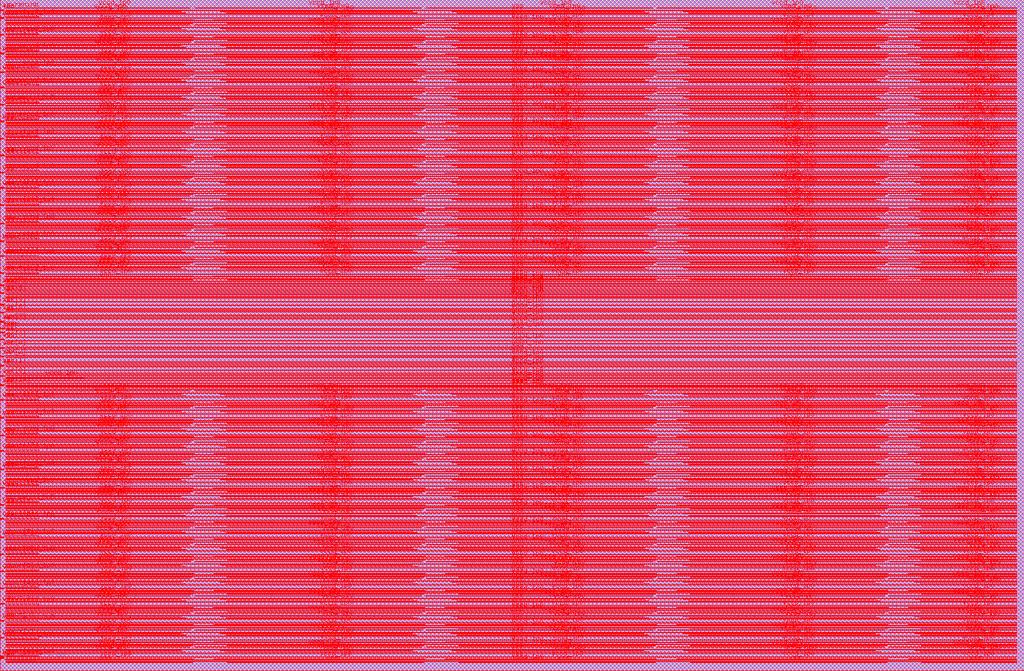
<source format=lef>
# Text_Tag % Vendor Intel % Product c73p4rfshdxrom % Techno P1273.1 % Tag_Spec 1.0 % ECCN US_3E002 % Signature 02ede7c97fbdae46f4b58b1ec176fd053d647996 % Version r1.0.0_m1.18 % _View_Id lef % Date_Time 20160303_050455 
################################################################################
# Intel Confidential                                                           #
################################################################################
# Copyright 2014 Intel Corporation.                                            #
# The information contained herein is the proprietary and confidential         #
# information of Intel or its licensors, and is supplied subject to, and       #
# may be used only in accordance with, previously executed agreements          #
# with Intel ,                                                                 #
# EXCEPT AS MAY OTHERWISE BE AGREED IN WRITING:                                #
# (1) ALL MATERIALS FURNISHED BY INTEL HEREUNDER ARE PROVIDED "AS IS"          #
#      WITHOUT WARRANTY OF ANY KIND;                                           #
# (2) INTEL SPECIFICALLY DISCLAIMS ANY WARRANTY OF NONINFRINGEMENT, FITNESS    #
#      FOR A PARTICULAR PURPOSE OR MERCHANTABILITY; AND                        #
# (3) INTEL WILL NOT BE LIABLE FOR ANY COSTS OF PROCUREMENT OF SUBSTITUTES,    #
#      LOSS OF PROFITS, INTERRUPTION OF BUSINESS, OR                           #
#      FOR ANY OTHER SPECIAL, CONSEQUENTIAL OR INCIDENTAL DAMAGES,             #
#      HOWEVER CAUSED, WHETHER FOR BREACH OF WARRANTY, CONTRACT,               #
#      TORT, NEGLIGENCE, STRICT LIABILITY OR OTHERWISE.                        #
################################################################################
################################################################################
#                                                                              #
# Vendor: Intel                                                                #
# Product: c73p4rfshdxrom                                                      #
# Version: r1.0.0_m1.18                                                        #
# Technology: p1273.1                                                          #
# Celltype: IP                                                                 #
# IP_Owner: Intel DTS CMO                                                      #
# Date_Time: YYYYMMDD_HHMMSS                                                   #
#                                                                              #
################################################################################
VERSION 5.5 ;
NAMESCASESENSITIVE ON ;
BUSBITCHARS "[]" ;
DIVIDERCHAR "/" ;
UNITS
   DATABASE MICRONS 1000 ;
END UNITS

SITE c73p1rfshdxrom2048x32hb4img110
  SIZE 75.432 by 49.476 ;
  SYMMETRY X Y ;
  CLASS CORE ;
END c73p1rfshdxrom2048x32hb4img110


MACRO c73p1rfshdxrom2048x32hb4img110
     FOREIGN c73p1rfshdxrom2048x32hb4img110 0.00 0.00 ;
     ORIGIN 0.00 0.00 ;
     SIZE 75.432 by 49.476 ;
     SYMMETRY X Y ;
     CLASS BLOCK ;
     SITE c73p1rfshdxrom2048x32hb4img110 ;
     PIN iar[10]
     DIRECTION input ;
          PORT
               LAYER m4 ;
               RECT 0 21.068 0.308 21.1 ;
          END
     END iar[10]
     PIN iar[0]
     DIRECTION input ;
          PORT
               LAYER m4 ;
               RECT 0 21.754 0.308 21.786 ;
          END
     END iar[0]
     PIN iar[1]
     DIRECTION input ;
          PORT
               LAYER m4 ;
               RECT 0 22.496 0.308 22.528 ;
          END
     END iar[1]
     PIN iar[2]
     DIRECTION input ;
          PORT
               LAYER m4 ;
               RECT 0 23.126 0.308 23.158 ;
          END
     END iar[2]
     PIN iar[4]
     DIRECTION input ;
          PORT
               LAYER m4 ;
               RECT 0 23.812 0.308 23.844 ;
          END
     END iar[4]
     PIN iar[3]
     DIRECTION input ;
          PORT
               LAYER m4 ;
               RECT 0 24.442 0.308 24.474 ;
          END
     END iar[3]
     PIN iar[7]
     DIRECTION input ;
          PORT
               LAYER m4 ;
               RECT 0 25.744 0.308 25.776 ;
          END
     END iar[7]
     PIN iar[6]
     DIRECTION input ;
          PORT
               LAYER m4 ;
               RECT 0 26.43 0.308 26.462 ;
          END
     END iar[6]
     PIN iar[5]
     DIRECTION input ;
          PORT
               LAYER m4 ;
               RECT 0 27.004 0.308 27.036 ;
          END
     END iar[5]
     PIN iar[9]
     DIRECTION input ;
          PORT
               LAYER m4 ;
               RECT 0 27.802 0.308 27.834 ;
          END
     END iar[9]
     PIN iar[8]
     DIRECTION input ;
          PORT
               LAYER m4 ;
               RECT 0 28.432 0.308 28.464 ;
          END
     END iar[8]
     PIN iren
     DIRECTION input ;
          PORT
               LAYER m4 ;
               RECT 0 25.184 0.308 25.216 ;
          END
     END iren
     PIN ickr
     DIRECTION input ;
          PORT
               LAYER m4 ;
               RECT 0 24.946 0.308 24.978 ;
          END
     END ickr
     PIN ipwreninb
     DIRECTION input ;
          PORT
               LAYER m4 ;
               RECT 0 48.718 0.308 48.75 ;
          END
     END ipwreninb
     PIN opwrenoutb
     DIRECTION output ;
          PORT
               LAYER m4 ;
               RECT 0 0.95 0.308 0.982 ;
          END
     END opwrenoutb
     PIN odout[0]
     DIRECTION output ;
          PORT
               LAYER m4 ;
               RECT 0 1.062 0.308 1.094 ;
          END
     END odout[0]
     PIN odout[1]
     DIRECTION output ;
          PORT
               LAYER m4 ;
               RECT 0 2.434 0.308 2.466 ;
          END
     END odout[1]
     PIN odout[2]
     DIRECTION output ;
          PORT
               LAYER m4 ;
               RECT 0 3.694 0.308 3.726 ;
          END
     END odout[2]
     PIN odout[3]
     DIRECTION output ;
          PORT
               LAYER m4 ;
               RECT 0 4.94 0.308 4.972 ;
          END
     END odout[3]
     PIN odout[4]
     DIRECTION output ;
          PORT
               LAYER m4 ;
               RECT 0 6.088 0.308 6.12 ;
          END
     END odout[4]
     PIN odout[5]
     DIRECTION output ;
          PORT
               LAYER m4 ;
               RECT 0 7.334 0.308 7.366 ;
          END
     END odout[5]
     PIN odout[6]
     DIRECTION output ;
          PORT
               LAYER m4 ;
               RECT 0 8.594 0.308 8.626 ;
          END
     END odout[6]
     PIN odout[7]
     DIRECTION output ;
          PORT
               LAYER m4 ;
               RECT 0 9.84 0.308 9.872 ;
          END
     END odout[7]
     PIN odout[8]
     DIRECTION output ;
          PORT
               LAYER m4 ;
               RECT 0 11.212 0.308 11.244 ;
          END
     END odout[8]
     PIN odout[9]
     DIRECTION output ;
          PORT
               LAYER m4 ;
               RECT 0 12.234 0.308 12.266 ;
          END
     END odout[9]
     PIN odout[10]
     DIRECTION output ;
          PORT
               LAYER m4 ;
               RECT 0 13.494 0.308 13.526 ;
          END
     END odout[10]
     PIN odout[11]
     DIRECTION output ;
          PORT
               LAYER m4 ;
               RECT 0 14.866 0.308 14.898 ;
          END
     END odout[11]
     PIN odout[12]
     DIRECTION output ;
          PORT
               LAYER m4 ;
               RECT 0 16.224 0.308 16.256 ;
          END
     END odout[12]
     PIN odout[13]
     DIRECTION output ;
          PORT
               LAYER m4 ;
               RECT 0 17.372 0.308 17.404 ;
          END
     END odout[13]
     PIN odout[14]
     DIRECTION output ;
          PORT
               LAYER m4 ;
               RECT 0 18.618 0.308 18.65 ;
          END
     END odout[14]
     PIN odout[15]
     DIRECTION output ;
          PORT
               LAYER m4 ;
               RECT 0 19.99 0.308 20.022 ;
          END
     END odout[15]
     PIN odout[16]
     DIRECTION output ;
          PORT
               LAYER m4 ;
               RECT 0 29.342 0.308 29.374 ;
          END
     END odout[16]
     PIN odout[17]
     DIRECTION output ;
          PORT
               LAYER m4 ;
               RECT 0 30.588 0.308 30.62 ;
          END
     END odout[17]
     PIN odout[18]
     DIRECTION output ;
          PORT
               LAYER m4 ;
               RECT 0 31.624 0.308 31.656 ;
          END
     END odout[18]
     PIN odout[19]
     DIRECTION output ;
          PORT
               LAYER m4 ;
               RECT 0 32.982 0.308 33.014 ;
          END
     END odout[19]
     PIN odout[20]
     DIRECTION output ;
          PORT
               LAYER m4 ;
               RECT 0 34.354 0.308 34.386 ;
          END
     END odout[20]
     PIN odout[21]
     DIRECTION output ;
          PORT
               LAYER m4 ;
               RECT 0 35.614 0.308 35.646 ;
          END
     END odout[21]
     PIN odout[22]
     DIRECTION output ;
          PORT
               LAYER m4 ;
               RECT 0 36.748 0.308 36.78 ;
          END
     END odout[22]
     PIN odout[23]
     DIRECTION output ;
          PORT
               LAYER m4 ;
               RECT 0 38.008 0.308 38.04 ;
          END
     END odout[23]
     PIN odout[24]
     DIRECTION output ;
          PORT
               LAYER m4 ;
               RECT 0 39.254 0.308 39.286 ;
          END
     END odout[24]
     PIN odout[25]
     DIRECTION output ;
          PORT
               LAYER m4 ;
               RECT 0 40.514 0.308 40.546 ;
          END
     END odout[25]
     PIN odout[26]
     DIRECTION output ;
          PORT
               LAYER m4 ;
               RECT 0 41.76 0.308 41.792 ;
          END
     END odout[26]
     PIN odout[27]
     DIRECTION output ;
          PORT
               LAYER m4 ;
               RECT 0 43.02 0.308 43.052 ;
          END
     END odout[27]
     PIN odout[28]
     DIRECTION output ;
          PORT
               LAYER m4 ;
               RECT 0 44.154 0.308 44.186 ;
          END
     END odout[28]
     PIN odout[29]
     DIRECTION output ;
          PORT
               LAYER m4 ;
               RECT 0 45.526 0.308 45.558 ;
          END
     END odout[29]
     PIN odout[30]
     DIRECTION output ;
          PORT
               LAYER m4 ;
               RECT 0 46.898 0.308 46.93 ;
          END
     END odout[30]
     PIN odout[31]
     DIRECTION output ;
          PORT
               LAYER m4 ;
               RECT 0 48.144 0.308 48.176 ;
          END
     END odout[31]
     PIN vccd_1p0
     SHAPE ABUTMENT ;
     USE   POWER ;
     DIRECTION input ;
          PORT
               LAYER m4 ;
               RECT 0.42 0.654 74.894 0.7 ;
          END
          PORT
               LAYER m4 ;
               RECT 0.42 0.852 14.274 0.892 ;
          END
          PORT
               LAYER m4 ;
               RECT 0.42 1.064 2.832 1.148 ;
          END
          PORT
               LAYER m4 ;
               RECT 0.42 1.34 13.678 1.386 ;
          END
          PORT
               LAYER m4 ;
               RECT 0.42 1.474 13.354 1.514 ;
          END
          PORT
               LAYER m4 ;
               RECT 0.42 1.722 14 1.768 ;
          END
          PORT
               LAYER m4 ;
               RECT 0.42 1.914 74.894 1.96 ;
          END
          PORT
               LAYER m4 ;
               RECT 0.42 10.16 13.678 10.206 ;
          END
          PORT
               LAYER m4 ;
               RECT 0.42 10.294 13.354 10.334 ;
          END
          PORT
               LAYER m4 ;
               RECT 0.42 10.542 14 10.588 ;
          END
          PORT
               LAYER m4 ;
               RECT 0.42 10.734 74.894 10.78 ;
          END
          PORT
               LAYER m4 ;
               RECT 0.42 10.932 14.274 10.972 ;
          END
          PORT
               LAYER m4 ;
               RECT 0.42 11.144 2.832 11.228 ;
          END
          PORT
               LAYER m4 ;
               RECT 0.42 11.42 13.678 11.466 ;
          END
          PORT
               LAYER m4 ;
               RECT 0.42 11.554 13.354 11.594 ;
          END
          PORT
               LAYER m4 ;
               RECT 0.42 11.802 14 11.848 ;
          END
          PORT
               LAYER m4 ;
               RECT 0.42 11.994 74.894 12.04 ;
          END
          PORT
               LAYER m4 ;
               RECT 0.42 12.192 14.274 12.232 ;
          END
          PORT
               LAYER m4 ;
               RECT 0.42 12.404 2.832 12.488 ;
          END
          PORT
               LAYER m4 ;
               RECT 0.42 12.68 13.678 12.726 ;
          END
          PORT
               LAYER m4 ;
               RECT 0.42 12.814 13.354 12.854 ;
          END
          PORT
               LAYER m4 ;
               RECT 0.42 13.062 14 13.108 ;
          END
          PORT
               LAYER m4 ;
               RECT 0.42 13.254 74.894 13.3 ;
          END
          PORT
               LAYER m4 ;
               RECT 0.42 13.452 14.274 13.492 ;
          END
          PORT
               LAYER m4 ;
               RECT 0.42 13.664 2.832 13.748 ;
          END
          PORT
               LAYER m4 ;
               RECT 0.42 13.94 13.678 13.986 ;
          END
          PORT
               LAYER m4 ;
               RECT 0.42 14.074 13.354 14.114 ;
          END
          PORT
               LAYER m4 ;
               RECT 0.42 14.322 14 14.368 ;
          END
          PORT
               LAYER m4 ;
               RECT 0.42 14.514 74.894 14.56 ;
          END
          PORT
               LAYER m4 ;
               RECT 0.42 14.712 14.274 14.752 ;
          END
          PORT
               LAYER m4 ;
               RECT 0.42 14.924 2.832 15.008 ;
          END
          PORT
               LAYER m4 ;
               RECT 0.42 15.2 13.678 15.246 ;
          END
          PORT
               LAYER m4 ;
               RECT 0.42 15.334 13.354 15.374 ;
          END
          PORT
               LAYER m4 ;
               RECT 0.42 15.582 14 15.628 ;
          END
          PORT
               LAYER m4 ;
               RECT 0.42 15.774 74.894 15.82 ;
          END
          PORT
               LAYER m4 ;
               RECT 0.42 15.972 14.274 16.012 ;
          END
          PORT
               LAYER m4 ;
               RECT 0.42 16.184 2.832 16.268 ;
          END
          PORT
               LAYER m4 ;
               RECT 0.42 16.46 13.678 16.506 ;
          END
          PORT
               LAYER m4 ;
               RECT 0.42 16.594 13.354 16.634 ;
          END
          PORT
               LAYER m4 ;
               RECT 0.42 16.842 14 16.888 ;
          END
          PORT
               LAYER m4 ;
               RECT 0.42 17.034 74.894 17.08 ;
          END
          PORT
               LAYER m4 ;
               RECT 0.42 17.232 14.274 17.272 ;
          END
          PORT
               LAYER m4 ;
               RECT 0.42 17.444 2.832 17.528 ;
          END
          PORT
               LAYER m4 ;
               RECT 0.42 17.72 13.678 17.766 ;
          END
          PORT
               LAYER m4 ;
               RECT 0.42 17.854 13.354 17.894 ;
          END
          PORT
               LAYER m4 ;
               RECT 0.42 18.102 14 18.148 ;
          END
          PORT
               LAYER m4 ;
               RECT 0.42 18.294 74.894 18.34 ;
          END
          PORT
               LAYER m4 ;
               RECT 0.42 18.492 14.274 18.532 ;
          END
          PORT
               LAYER m4 ;
               RECT 0.42 18.704 2.832 18.788 ;
          END
          PORT
               LAYER m4 ;
               RECT 0.42 18.98 13.678 19.026 ;
          END
          PORT
               LAYER m4 ;
               RECT 0.42 19.114 13.354 19.154 ;
          END
          PORT
               LAYER m4 ;
               RECT 0.42 19.362 14 19.408 ;
          END
          PORT
               LAYER m4 ;
               RECT 0.42 19.554 74.894 19.6 ;
          END
          PORT
               LAYER m4 ;
               RECT 0.42 19.752 14.274 19.792 ;
          END
          PORT
               LAYER m4 ;
               RECT 0.42 19.964 2.832 20.048 ;
          END
          PORT
               LAYER m4 ;
               RECT 0.42 2.112 14.274 2.152 ;
          END
          PORT
               LAYER m4 ;
               RECT 0.42 2.324 2.832 2.408 ;
          END
          PORT
               LAYER m4 ;
               RECT 0.42 2.6 13.678 2.646 ;
          END
          PORT
               LAYER m4 ;
               RECT 0.42 2.734 13.354 2.774 ;
          END
          PORT
               LAYER m4 ;
               RECT 0.42 2.982 14 3.028 ;
          END
          PORT
               LAYER m4 ;
               RECT 0.42 20.24 13.678 20.286 ;
          END
          PORT
               LAYER m4 ;
               RECT 0.42 20.374 13.354 20.414 ;
          END
          PORT
               LAYER m4 ;
               RECT 0.42 20.622 14 20.668 ;
          END
          PORT
               LAYER m4 ;
               RECT 0.42 20.744 74.894 20.79 ;
          END
          PORT
               LAYER m4 ;
               RECT 0.42 20.964 74.894 21.01 ;
          END
          PORT
               LAYER m4 ;
               RECT 0.42 21.168 74.894 21.214 ;
          END
          PORT
               LAYER m4 ;
               RECT 0.42 21.372 74.894 21.412 ;
          END
          PORT
               LAYER m4 ;
               RECT 0.42 21.57 6.19 21.616 ;
          END
          PORT
               LAYER m4 ;
               RECT 0.42 21.64 74.894 21.68 ;
          END
          PORT
               LAYER m4 ;
               RECT 0.42 21.768 74.894 21.814 ;
          END
          PORT
               LAYER m4 ;
               RECT 0.42 22.402 74.894 22.442 ;
          END
          PORT
               LAYER m4 ;
               RECT 0.42 22.67 74.894 22.724 ;
          END
          PORT
               LAYER m4 ;
               RECT 0.42 23.086 74.894 23.126 ;
          END
          PORT
               LAYER m4 ;
               RECT 0.42 23.83 74.894 23.87 ;
          END
          PORT
               LAYER m4 ;
               RECT 0.42 24.326 74.894 24.366 ;
          END
          PORT
               LAYER m4 ;
               RECT 0.42 25.194 74.894 25.234 ;
          END
          PORT
               LAYER m4 ;
               RECT 0.42 25.566 74.894 25.606 ;
          END
          PORT
               LAYER m4 ;
               RECT 0.42 26.062 74.894 26.102 ;
          END
          PORT
               LAYER m4 ;
               RECT 0.42 26.558 74.894 26.598 ;
          END
          PORT
               LAYER m4 ;
               RECT 0.42 26.93 74.894 26.97 ;
          END
          PORT
               LAYER m4 ;
               RECT 0.42 27.178 74.894 27.218 ;
          END
          PORT
               LAYER m4 ;
               RECT 0.42 27.542 74.894 27.598 ;
          END
          PORT
               LAYER m4 ;
               RECT 0.42 27.686 74.894 27.732 ;
          END
          PORT
               LAYER m4 ;
               RECT 0.42 27.826 74.894 27.872 ;
          END
          PORT
               LAYER m4 ;
               RECT 0.42 27.976 74.894 28.022 ;
          END
          PORT
               LAYER m4 ;
               RECT 0.42 28.116 74.894 28.172 ;
          END
          PORT
               LAYER m4 ;
               RECT 0.42 28.276 74.894 28.322 ;
          END
          PORT
               LAYER m4 ;
               RECT 0.42 28.41 74.894 28.464 ;
          END
          PORT
               LAYER m4 ;
               RECT 0.42 28.558 74.894 28.604 ;
          END
          PORT
               LAYER m4 ;
               RECT 0.42 28.692 74.894 28.732 ;
          END
          PORT
               LAYER m4 ;
               RECT 0.42 28.878 74.894 28.924 ;
          END
          PORT
               LAYER m4 ;
               RECT 0.42 29.076 14.274 29.116 ;
          END
          PORT
               LAYER m4 ;
               RECT 0.42 29.288 2.832 29.372 ;
          END
          PORT
               LAYER m4 ;
               RECT 0.42 29.564 13.678 29.61 ;
          END
          PORT
               LAYER m4 ;
               RECT 0.42 29.698 13.354 29.738 ;
          END
          PORT
               LAYER m4 ;
               RECT 0.42 29.946 14 29.992 ;
          END
          PORT
               LAYER m4 ;
               RECT 0.42 3.174 74.894 3.22 ;
          END
          PORT
               LAYER m4 ;
               RECT 0.42 3.372 14.274 3.412 ;
          END
          PORT
               LAYER m4 ;
               RECT 0.42 3.584 2.832 3.668 ;
          END
          PORT
               LAYER m4 ;
               RECT 0.42 3.86 13.678 3.906 ;
          END
          PORT
               LAYER m4 ;
               RECT 0.42 3.994 13.354 4.034 ;
          END
          PORT
               LAYER m4 ;
               RECT 0.42 30.138 74.894 30.184 ;
          END
          PORT
               LAYER m4 ;
               RECT 0.42 30.336 14.274 30.376 ;
          END
          PORT
               LAYER m4 ;
               RECT 0.42 30.548 2.832 30.632 ;
          END
          PORT
               LAYER m4 ;
               RECT 0.42 30.824 13.678 30.87 ;
          END
          PORT
               LAYER m4 ;
               RECT 0.42 30.958 13.354 30.998 ;
          END
          PORT
               LAYER m4 ;
               RECT 0.42 31.206 14 31.252 ;
          END
          PORT
               LAYER m4 ;
               RECT 0.42 31.398 74.894 31.444 ;
          END
          PORT
               LAYER m4 ;
               RECT 0.42 31.596 14.274 31.636 ;
          END
          PORT
               LAYER m4 ;
               RECT 0.42 31.808 2.832 31.892 ;
          END
          PORT
               LAYER m4 ;
               RECT 0.42 32.084 13.678 32.13 ;
          END
          PORT
               LAYER m4 ;
               RECT 0.42 32.218 13.354 32.258 ;
          END
          PORT
               LAYER m4 ;
               RECT 0.42 32.466 14 32.512 ;
          END
          PORT
               LAYER m4 ;
               RECT 0.42 32.658 74.894 32.704 ;
          END
          PORT
               LAYER m4 ;
               RECT 0.42 32.856 14.274 32.896 ;
          END
          PORT
               LAYER m4 ;
               RECT 0.42 33.068 2.832 33.152 ;
          END
          PORT
               LAYER m4 ;
               RECT 0.42 33.344 13.678 33.39 ;
          END
          PORT
               LAYER m4 ;
               RECT 0.42 33.478 13.354 33.518 ;
          END
          PORT
               LAYER m4 ;
               RECT 0.42 33.726 14 33.772 ;
          END
          PORT
               LAYER m4 ;
               RECT 0.42 33.918 74.894 33.964 ;
          END
          PORT
               LAYER m4 ;
               RECT 0.42 34.116 14.274 34.156 ;
          END
          PORT
               LAYER m4 ;
               RECT 0.42 34.328 2.832 34.412 ;
          END
          PORT
               LAYER m4 ;
               RECT 0.42 34.604 13.678 34.65 ;
          END
          PORT
               LAYER m4 ;
               RECT 0.42 34.738 13.354 34.778 ;
          END
          PORT
               LAYER m4 ;
               RECT 0.42 34.986 14 35.032 ;
          END
          PORT
               LAYER m4 ;
               RECT 0.42 35.178 74.894 35.224 ;
          END
          PORT
               LAYER m4 ;
               RECT 0.42 35.376 14.274 35.416 ;
          END
          PORT
               LAYER m4 ;
               RECT 0.42 35.588 2.832 35.672 ;
          END
          PORT
               LAYER m4 ;
               RECT 0.42 35.864 13.678 35.91 ;
          END
          PORT
               LAYER m4 ;
               RECT 0.42 35.998 13.354 36.038 ;
          END
          PORT
               LAYER m4 ;
               RECT 0.42 36.246 14 36.292 ;
          END
          PORT
               LAYER m4 ;
               RECT 0.42 36.438 74.894 36.484 ;
          END
          PORT
               LAYER m4 ;
               RECT 0.42 36.636 14.274 36.676 ;
          END
          PORT
               LAYER m4 ;
               RECT 0.42 36.848 2.832 36.932 ;
          END
          PORT
               LAYER m4 ;
               RECT 0.42 37.124 13.678 37.17 ;
          END
          PORT
               LAYER m4 ;
               RECT 0.42 37.258 13.354 37.298 ;
          END
          PORT
               LAYER m4 ;
               RECT 0.42 37.506 14 37.552 ;
          END
          PORT
               LAYER m4 ;
               RECT 0.42 37.698 74.894 37.744 ;
          END
          PORT
               LAYER m4 ;
               RECT 0.42 37.896 14.274 37.936 ;
          END
          PORT
               LAYER m4 ;
               RECT 0.42 38.108 2.832 38.192 ;
          END
          PORT
               LAYER m4 ;
               RECT 0.42 38.384 13.678 38.43 ;
          END
          PORT
               LAYER m4 ;
               RECT 0.42 38.518 13.354 38.558 ;
          END
          PORT
               LAYER m4 ;
               RECT 0.42 38.766 14 38.812 ;
          END
          PORT
               LAYER m4 ;
               RECT 0.42 38.958 74.894 39.004 ;
          END
          PORT
               LAYER m4 ;
               RECT 0.42 39.156 14.274 39.196 ;
          END
          PORT
               LAYER m4 ;
               RECT 0.42 39.368 2.832 39.452 ;
          END
          PORT
               LAYER m4 ;
               RECT 0.42 39.644 13.678 39.69 ;
          END
          PORT
               LAYER m4 ;
               RECT 0.42 39.778 13.354 39.818 ;
          END
          PORT
               LAYER m4 ;
               RECT 0.42 4.242 14 4.288 ;
          END
          PORT
               LAYER m4 ;
               RECT 0.42 4.434 74.894 4.48 ;
          END
          PORT
               LAYER m4 ;
               RECT 0.42 4.632 14.274 4.672 ;
          END
          PORT
               LAYER m4 ;
               RECT 0.42 4.844 2.832 4.928 ;
          END
          PORT
               LAYER m4 ;
               RECT 0.42 40.026 14 40.072 ;
          END
          PORT
               LAYER m4 ;
               RECT 0.42 40.218 74.894 40.264 ;
          END
          PORT
               LAYER m4 ;
               RECT 0.42 40.416 14.274 40.456 ;
          END
          PORT
               LAYER m4 ;
               RECT 0.42 40.628 2.832 40.712 ;
          END
          PORT
               LAYER m4 ;
               RECT 0.42 40.904 13.678 40.95 ;
          END
          PORT
               LAYER m4 ;
               RECT 0.42 41.038 13.354 41.078 ;
          END
          PORT
               LAYER m4 ;
               RECT 0.42 41.286 14 41.332 ;
          END
          PORT
               LAYER m4 ;
               RECT 0.42 41.478 74.894 41.524 ;
          END
          PORT
               LAYER m4 ;
               RECT 0.42 41.676 14.274 41.716 ;
          END
          PORT
               LAYER m4 ;
               RECT 0.42 41.888 2.832 41.972 ;
          END
          PORT
               LAYER m4 ;
               RECT 0.42 42.164 13.678 42.21 ;
          END
          PORT
               LAYER m4 ;
               RECT 0.42 42.298 13.354 42.338 ;
          END
          PORT
               LAYER m4 ;
               RECT 0.42 42.546 14 42.592 ;
          END
          PORT
               LAYER m4 ;
               RECT 0.42 42.738 74.894 42.784 ;
          END
          PORT
               LAYER m4 ;
               RECT 0.42 42.936 14.274 42.976 ;
          END
          PORT
               LAYER m4 ;
               RECT 0.42 43.148 2.832 43.232 ;
          END
          PORT
               LAYER m4 ;
               RECT 0.42 43.424 13.678 43.47 ;
          END
          PORT
               LAYER m4 ;
               RECT 0.42 43.558 13.354 43.598 ;
          END
          PORT
               LAYER m4 ;
               RECT 0.42 43.806 14 43.852 ;
          END
          PORT
               LAYER m4 ;
               RECT 0.42 43.998 74.894 44.044 ;
          END
          PORT
               LAYER m4 ;
               RECT 0.42 44.196 14.274 44.236 ;
          END
          PORT
               LAYER m4 ;
               RECT 0.42 44.408 2.832 44.492 ;
          END
          PORT
               LAYER m4 ;
               RECT 0.42 44.684 13.678 44.73 ;
          END
          PORT
               LAYER m4 ;
               RECT 0.42 44.818 13.354 44.858 ;
          END
          PORT
               LAYER m4 ;
               RECT 0.42 45.066 14 45.112 ;
          END
          PORT
               LAYER m4 ;
               RECT 0.42 45.258 74.894 45.304 ;
          END
          PORT
               LAYER m4 ;
               RECT 0.42 45.456 14.274 45.496 ;
          END
          PORT
               LAYER m4 ;
               RECT 0.42 45.668 2.832 45.752 ;
          END
          PORT
               LAYER m4 ;
               RECT 0.42 45.944 13.678 45.99 ;
          END
          PORT
               LAYER m4 ;
               RECT 0.42 46.078 13.354 46.118 ;
          END
          PORT
               LAYER m4 ;
               RECT 0.42 46.326 14 46.372 ;
          END
          PORT
               LAYER m4 ;
               RECT 0.42 46.518 74.894 46.564 ;
          END
          PORT
               LAYER m4 ;
               RECT 0.42 46.716 14.274 46.756 ;
          END
          PORT
               LAYER m4 ;
               RECT 0.42 46.928 2.832 47.012 ;
          END
          PORT
               LAYER m4 ;
               RECT 0.42 47.204 13.678 47.25 ;
          END
          PORT
               LAYER m4 ;
               RECT 0.42 47.338 13.354 47.378 ;
          END
          PORT
               LAYER m4 ;
               RECT 0.42 47.586 14 47.632 ;
          END
          PORT
               LAYER m4 ;
               RECT 0.42 47.778 74.894 47.824 ;
          END
          PORT
               LAYER m4 ;
               RECT 0.42 47.976 14.274 48.016 ;
          END
          PORT
               LAYER m4 ;
               RECT 0.42 48.188 2.832 48.272 ;
          END
          PORT
               LAYER m4 ;
               RECT 0.42 48.464 13.678 48.51 ;
          END
          PORT
               LAYER m4 ;
               RECT 0.42 48.598 13.354 48.638 ;
          END
          PORT
               LAYER m4 ;
               RECT 0.42 48.846 14 48.892 ;
          END
          PORT
               LAYER m4 ;
               RECT 0.42 5.12 13.678 5.166 ;
          END
          PORT
               LAYER m4 ;
               RECT 0.42 5.254 13.354 5.294 ;
          END
          PORT
               LAYER m4 ;
               RECT 0.42 5.502 14 5.548 ;
          END
          PORT
               LAYER m4 ;
               RECT 0.42 5.694 74.894 5.74 ;
          END
          PORT
               LAYER m4 ;
               RECT 0.42 5.892 14.274 5.932 ;
          END
          PORT
               LAYER m4 ;
               RECT 0.42 6.104 2.832 6.188 ;
          END
          PORT
               LAYER m4 ;
               RECT 0.42 6.38 13.678 6.426 ;
          END
          PORT
               LAYER m4 ;
               RECT 0.42 6.514 13.354 6.554 ;
          END
          PORT
               LAYER m4 ;
               RECT 0.42 6.762 14 6.808 ;
          END
          PORT
               LAYER m4 ;
               RECT 0.42 6.954 74.894 7 ;
          END
          PORT
               LAYER m4 ;
               RECT 0.42 7.152 14.274 7.192 ;
          END
          PORT
               LAYER m4 ;
               RECT 0.42 7.364 2.832 7.448 ;
          END
          PORT
               LAYER m4 ;
               RECT 0.42 7.64 13.678 7.686 ;
          END
          PORT
               LAYER m4 ;
               RECT 0.42 7.774 13.354 7.814 ;
          END
          PORT
               LAYER m4 ;
               RECT 0.42 8.022 14 8.068 ;
          END
          PORT
               LAYER m4 ;
               RECT 0.42 8.214 74.894 8.26 ;
          END
          PORT
               LAYER m4 ;
               RECT 0.42 8.412 14.274 8.452 ;
          END
          PORT
               LAYER m4 ;
               RECT 0.42 8.624 2.832 8.708 ;
          END
          PORT
               LAYER m4 ;
               RECT 0.42 8.9 13.678 8.946 ;
          END
          PORT
               LAYER m4 ;
               RECT 0.42 9.034 13.354 9.074 ;
          END
          PORT
               LAYER m4 ;
               RECT 0.42 9.282 14 9.328 ;
          END
          PORT
               LAYER m4 ;
               RECT 0.42 9.474 74.894 9.52 ;
          END
          PORT
               LAYER m4 ;
               RECT 0.42 9.672 14.274 9.712 ;
          END
          PORT
               LAYER m4 ;
               RECT 0.42 9.884 2.832 9.968 ;
          END
          PORT
               LAYER m4 ;
               RECT 14.32 1.722 31.052 1.768 ;
          END
          PORT
               LAYER m4 ;
               RECT 14.32 10.542 31.052 10.588 ;
          END
          PORT
               LAYER m4 ;
               RECT 14.32 11.802 31.052 11.848 ;
          END
          PORT
               LAYER m4 ;
               RECT 14.32 13.062 31.052 13.108 ;
          END
          PORT
               LAYER m4 ;
               RECT 14.32 14.322 31.052 14.368 ;
          END
          PORT
               LAYER m4 ;
               RECT 14.32 15.582 31.052 15.628 ;
          END
          PORT
               LAYER m4 ;
               RECT 14.32 16.842 31.052 16.888 ;
          END
          PORT
               LAYER m4 ;
               RECT 14.32 18.102 31.052 18.148 ;
          END
          PORT
               LAYER m4 ;
               RECT 14.32 19.362 31.052 19.408 ;
          END
          PORT
               LAYER m4 ;
               RECT 14.32 2.982 31.052 3.028 ;
          END
          PORT
               LAYER m4 ;
               RECT 14.32 20.622 31.052 20.668 ;
          END
          PORT
               LAYER m4 ;
               RECT 14.32 29.946 31.052 29.992 ;
          END
          PORT
               LAYER m4 ;
               RECT 14.32 31.206 31.052 31.252 ;
          END
          PORT
               LAYER m4 ;
               RECT 14.32 32.466 31.052 32.512 ;
          END
          PORT
               LAYER m4 ;
               RECT 14.32 33.726 31.052 33.772 ;
          END
          PORT
               LAYER m4 ;
               RECT 14.32 34.986 31.052 35.032 ;
          END
          PORT
               LAYER m4 ;
               RECT 14.32 36.246 31.052 36.292 ;
          END
          PORT
               LAYER m4 ;
               RECT 14.32 37.506 31.052 37.552 ;
          END
          PORT
               LAYER m4 ;
               RECT 14.32 38.766 31.052 38.812 ;
          END
          PORT
               LAYER m4 ;
               RECT 14.32 4.242 31.052 4.288 ;
          END
          PORT
               LAYER m4 ;
               RECT 14.32 40.026 31.052 40.072 ;
          END
          PORT
               LAYER m4 ;
               RECT 14.32 41.286 31.052 41.332 ;
          END
          PORT
               LAYER m4 ;
               RECT 14.32 42.546 31.052 42.592 ;
          END
          PORT
               LAYER m4 ;
               RECT 14.32 43.806 31.052 43.852 ;
          END
          PORT
               LAYER m4 ;
               RECT 14.32 45.066 31.052 45.112 ;
          END
          PORT
               LAYER m4 ;
               RECT 14.32 46.326 31.052 46.372 ;
          END
          PORT
               LAYER m4 ;
               RECT 14.32 47.586 31.052 47.632 ;
          END
          PORT
               LAYER m4 ;
               RECT 14.32 48.846 31.052 48.892 ;
          END
          PORT
               LAYER m4 ;
               RECT 14.32 5.502 31.052 5.548 ;
          END
          PORT
               LAYER m4 ;
               RECT 14.32 6.762 31.052 6.808 ;
          END
          PORT
               LAYER m4 ;
               RECT 14.32 8.022 31.052 8.068 ;
          END
          PORT
               LAYER m4 ;
               RECT 14.32 9.282 31.052 9.328 ;
          END
          PORT
               LAYER m4 ;
               RECT 15.73 0.852 31.326 0.892 ;
          END
          PORT
               LAYER m4 ;
               RECT 15.73 10.932 31.326 10.972 ;
          END
          PORT
               LAYER m4 ;
               RECT 15.73 12.192 31.326 12.232 ;
          END
          PORT
               LAYER m4 ;
               RECT 15.73 13.452 31.326 13.492 ;
          END
          PORT
               LAYER m4 ;
               RECT 15.73 14.712 31.326 14.752 ;
          END
          PORT
               LAYER m4 ;
               RECT 15.73 15.972 31.326 16.012 ;
          END
          PORT
               LAYER m4 ;
               RECT 15.73 17.232 31.326 17.272 ;
          END
          PORT
               LAYER m4 ;
               RECT 15.73 18.492 31.326 18.532 ;
          END
          PORT
               LAYER m4 ;
               RECT 15.73 19.752 31.326 19.792 ;
          END
          PORT
               LAYER m4 ;
               RECT 15.73 2.112 31.326 2.152 ;
          END
          PORT
               LAYER m4 ;
               RECT 15.73 29.076 31.326 29.116 ;
          END
          PORT
               LAYER m4 ;
               RECT 15.73 3.372 31.326 3.412 ;
          END
          PORT
               LAYER m4 ;
               RECT 15.73 30.336 31.326 30.376 ;
          END
          PORT
               LAYER m4 ;
               RECT 15.73 31.596 31.326 31.636 ;
          END
          PORT
               LAYER m4 ;
               RECT 15.73 32.856 31.326 32.896 ;
          END
          PORT
               LAYER m4 ;
               RECT 15.73 34.116 31.326 34.156 ;
          END
          PORT
               LAYER m4 ;
               RECT 15.73 35.376 31.326 35.416 ;
          END
          PORT
               LAYER m4 ;
               RECT 15.73 36.636 31.326 36.676 ;
          END
          PORT
               LAYER m4 ;
               RECT 15.73 37.896 31.326 37.936 ;
          END
          PORT
               LAYER m4 ;
               RECT 15.73 39.156 31.326 39.196 ;
          END
          PORT
               LAYER m4 ;
               RECT 15.73 4.632 31.326 4.672 ;
          END
          PORT
               LAYER m4 ;
               RECT 15.73 40.416 31.326 40.456 ;
          END
          PORT
               LAYER m4 ;
               RECT 15.73 41.676 31.326 41.716 ;
          END
          PORT
               LAYER m4 ;
               RECT 15.73 42.936 31.326 42.976 ;
          END
          PORT
               LAYER m4 ;
               RECT 15.73 44.196 31.326 44.236 ;
          END
          PORT
               LAYER m4 ;
               RECT 15.73 45.456 31.326 45.496 ;
          END
          PORT
               LAYER m4 ;
               RECT 15.73 46.716 31.326 46.756 ;
          END
          PORT
               LAYER m4 ;
               RECT 15.73 47.976 31.326 48.016 ;
          END
          PORT
               LAYER m4 ;
               RECT 15.73 5.892 31.326 5.932 ;
          END
          PORT
               LAYER m4 ;
               RECT 15.73 7.152 31.326 7.192 ;
          END
          PORT
               LAYER m4 ;
               RECT 15.73 8.412 31.326 8.452 ;
          END
          PORT
               LAYER m4 ;
               RECT 15.73 9.672 31.326 9.712 ;
          END
          PORT
               LAYER m4 ;
               RECT 16.219 1.474 30.406 1.514 ;
          END
          PORT
               LAYER m4 ;
               RECT 16.219 10.294 30.406 10.334 ;
          END
          PORT
               LAYER m4 ;
               RECT 16.219 11.554 30.406 11.594 ;
          END
          PORT
               LAYER m4 ;
               RECT 16.219 12.814 30.406 12.854 ;
          END
          PORT
               LAYER m4 ;
               RECT 16.219 14.074 30.406 14.114 ;
          END
          PORT
               LAYER m4 ;
               RECT 16.219 15.334 30.406 15.374 ;
          END
          PORT
               LAYER m4 ;
               RECT 16.219 16.594 30.406 16.634 ;
          END
          PORT
               LAYER m4 ;
               RECT 16.219 17.854 30.406 17.894 ;
          END
          PORT
               LAYER m4 ;
               RECT 16.219 19.114 30.406 19.154 ;
          END
          PORT
               LAYER m4 ;
               RECT 16.219 2.734 30.406 2.774 ;
          END
          PORT
               LAYER m4 ;
               RECT 16.219 20.374 30.406 20.414 ;
          END
          PORT
               LAYER m4 ;
               RECT 16.219 29.698 30.406 29.738 ;
          END
          PORT
               LAYER m4 ;
               RECT 16.219 3.994 30.406 4.034 ;
          END
          PORT
               LAYER m4 ;
               RECT 16.219 30.958 30.406 30.998 ;
          END
          PORT
               LAYER m4 ;
               RECT 16.219 32.218 30.406 32.258 ;
          END
          PORT
               LAYER m4 ;
               RECT 16.219 33.478 30.406 33.518 ;
          END
          PORT
               LAYER m4 ;
               RECT 16.219 34.738 30.406 34.778 ;
          END
          PORT
               LAYER m4 ;
               RECT 16.219 35.998 30.406 36.038 ;
          END
          PORT
               LAYER m4 ;
               RECT 16.219 37.258 30.406 37.298 ;
          END
          PORT
               LAYER m4 ;
               RECT 16.219 38.518 30.406 38.558 ;
          END
          PORT
               LAYER m4 ;
               RECT 16.219 39.778 30.406 39.818 ;
          END
          PORT
               LAYER m4 ;
               RECT 16.219 41.038 30.406 41.078 ;
          END
          PORT
               LAYER m4 ;
               RECT 16.219 42.298 30.406 42.338 ;
          END
          PORT
               LAYER m4 ;
               RECT 16.219 43.558 30.406 43.598 ;
          END
          PORT
               LAYER m4 ;
               RECT 16.219 44.818 30.406 44.858 ;
          END
          PORT
               LAYER m4 ;
               RECT 16.219 46.078 30.406 46.118 ;
          END
          PORT
               LAYER m4 ;
               RECT 16.219 47.338 30.406 47.378 ;
          END
          PORT
               LAYER m4 ;
               RECT 16.219 48.598 30.406 48.638 ;
          END
          PORT
               LAYER m4 ;
               RECT 16.219 5.254 30.406 5.294 ;
          END
          PORT
               LAYER m4 ;
               RECT 16.219 6.514 30.406 6.554 ;
          END
          PORT
               LAYER m4 ;
               RECT 16.219 7.774 30.406 7.814 ;
          END
          PORT
               LAYER m4 ;
               RECT 16.219 9.034 30.406 9.074 ;
          END
          PORT
               LAYER m4 ;
               RECT 16.638 1.34 30.73 1.386 ;
          END
          PORT
               LAYER m4 ;
               RECT 16.638 10.16 30.73 10.206 ;
          END
          PORT
               LAYER m4 ;
               RECT 16.638 11.42 30.73 11.466 ;
          END
          PORT
               LAYER m4 ;
               RECT 16.638 12.68 30.73 12.726 ;
          END
          PORT
               LAYER m4 ;
               RECT 16.638 13.94 30.73 13.986 ;
          END
          PORT
               LAYER m4 ;
               RECT 16.638 15.2 30.73 15.246 ;
          END
          PORT
               LAYER m4 ;
               RECT 16.638 16.46 30.73 16.506 ;
          END
          PORT
               LAYER m4 ;
               RECT 16.638 17.72 30.73 17.766 ;
          END
          PORT
               LAYER m4 ;
               RECT 16.638 18.98 30.73 19.026 ;
          END
          PORT
               LAYER m4 ;
               RECT 16.638 2.6 30.73 2.646 ;
          END
          PORT
               LAYER m4 ;
               RECT 16.638 20.24 30.73 20.286 ;
          END
          PORT
               LAYER m4 ;
               RECT 16.638 29.564 30.73 29.61 ;
          END
          PORT
               LAYER m4 ;
               RECT 16.638 3.86 30.73 3.906 ;
          END
          PORT
               LAYER m4 ;
               RECT 16.638 30.824 30.73 30.87 ;
          END
          PORT
               LAYER m4 ;
               RECT 16.638 32.084 30.73 32.13 ;
          END
          PORT
               LAYER m4 ;
               RECT 16.638 33.344 30.73 33.39 ;
          END
          PORT
               LAYER m4 ;
               RECT 16.638 34.604 30.73 34.65 ;
          END
          PORT
               LAYER m4 ;
               RECT 16.638 35.864 30.73 35.91 ;
          END
          PORT
               LAYER m4 ;
               RECT 16.638 37.124 30.73 37.17 ;
          END
          PORT
               LAYER m4 ;
               RECT 16.638 38.384 30.73 38.43 ;
          END
          PORT
               LAYER m4 ;
               RECT 16.638 39.644 30.73 39.69 ;
          END
          PORT
               LAYER m4 ;
               RECT 16.638 40.904 30.73 40.95 ;
          END
          PORT
               LAYER m4 ;
               RECT 16.638 42.164 30.73 42.21 ;
          END
          PORT
               LAYER m4 ;
               RECT 16.638 43.424 30.73 43.47 ;
          END
          PORT
               LAYER m4 ;
               RECT 16.638 44.684 30.73 44.73 ;
          END
          PORT
               LAYER m4 ;
               RECT 16.638 45.944 30.73 45.99 ;
          END
          PORT
               LAYER m4 ;
               RECT 16.638 47.204 30.73 47.25 ;
          END
          PORT
               LAYER m4 ;
               RECT 16.638 48.464 30.73 48.51 ;
          END
          PORT
               LAYER m4 ;
               RECT 16.638 5.12 30.73 5.166 ;
          END
          PORT
               LAYER m4 ;
               RECT 16.638 6.38 30.73 6.426 ;
          END
          PORT
               LAYER m4 ;
               RECT 16.638 7.64 30.73 7.686 ;
          END
          PORT
               LAYER m4 ;
               RECT 16.638 8.9 30.73 8.946 ;
          END
          PORT
               LAYER m4 ;
               RECT 31.372 1.722 48.104 1.768 ;
          END
          PORT
               LAYER m4 ;
               RECT 31.372 10.542 48.104 10.588 ;
          END
          PORT
               LAYER m4 ;
               RECT 31.372 11.802 48.104 11.848 ;
          END
          PORT
               LAYER m4 ;
               RECT 31.372 13.062 48.104 13.108 ;
          END
          PORT
               LAYER m4 ;
               RECT 31.372 14.322 48.104 14.368 ;
          END
          PORT
               LAYER m4 ;
               RECT 31.372 15.582 48.104 15.628 ;
          END
          PORT
               LAYER m4 ;
               RECT 31.372 16.842 48.104 16.888 ;
          END
          PORT
               LAYER m4 ;
               RECT 31.372 18.102 48.104 18.148 ;
          END
          PORT
               LAYER m4 ;
               RECT 31.372 19.362 48.104 19.408 ;
          END
          PORT
               LAYER m4 ;
               RECT 31.372 2.982 48.104 3.028 ;
          END
          PORT
               LAYER m4 ;
               RECT 31.372 20.622 48.104 20.668 ;
          END
          PORT
               LAYER m4 ;
               RECT 31.372 29.946 48.104 29.992 ;
          END
          PORT
               LAYER m4 ;
               RECT 31.372 31.206 48.104 31.252 ;
          END
          PORT
               LAYER m4 ;
               RECT 31.372 32.466 48.104 32.512 ;
          END
          PORT
               LAYER m4 ;
               RECT 31.372 33.726 48.104 33.772 ;
          END
          PORT
               LAYER m4 ;
               RECT 31.372 34.986 48.104 35.032 ;
          END
          PORT
               LAYER m4 ;
               RECT 31.372 36.246 48.104 36.292 ;
          END
          PORT
               LAYER m4 ;
               RECT 31.372 37.506 48.104 37.552 ;
          END
          PORT
               LAYER m4 ;
               RECT 31.372 38.766 48.104 38.812 ;
          END
          PORT
               LAYER m4 ;
               RECT 31.372 4.242 48.104 4.288 ;
          END
          PORT
               LAYER m4 ;
               RECT 31.372 40.026 48.104 40.072 ;
          END
          PORT
               LAYER m4 ;
               RECT 31.372 41.286 48.104 41.332 ;
          END
          PORT
               LAYER m4 ;
               RECT 31.372 42.546 48.104 42.592 ;
          END
          PORT
               LAYER m4 ;
               RECT 31.372 43.806 48.104 43.852 ;
          END
          PORT
               LAYER m4 ;
               RECT 31.372 45.066 48.104 45.112 ;
          END
          PORT
               LAYER m4 ;
               RECT 31.372 46.326 48.104 46.372 ;
          END
          PORT
               LAYER m4 ;
               RECT 31.372 47.586 48.104 47.632 ;
          END
          PORT
               LAYER m4 ;
               RECT 31.372 48.846 48.104 48.892 ;
          END
          PORT
               LAYER m4 ;
               RECT 31.372 5.502 48.104 5.548 ;
          END
          PORT
               LAYER m4 ;
               RECT 31.372 6.762 48.104 6.808 ;
          END
          PORT
               LAYER m4 ;
               RECT 31.372 8.022 48.104 8.068 ;
          END
          PORT
               LAYER m4 ;
               RECT 31.372 9.282 48.104 9.328 ;
          END
          PORT
               LAYER m4 ;
               RECT 32.782 0.852 48.378 0.892 ;
          END
          PORT
               LAYER m4 ;
               RECT 32.782 10.932 48.378 10.972 ;
          END
          PORT
               LAYER m4 ;
               RECT 32.782 12.192 48.378 12.232 ;
          END
          PORT
               LAYER m4 ;
               RECT 32.782 13.452 48.378 13.492 ;
          END
          PORT
               LAYER m4 ;
               RECT 32.782 14.712 48.378 14.752 ;
          END
          PORT
               LAYER m4 ;
               RECT 32.782 15.972 48.378 16.012 ;
          END
          PORT
               LAYER m4 ;
               RECT 32.782 17.232 48.378 17.272 ;
          END
          PORT
               LAYER m4 ;
               RECT 32.782 18.492 48.378 18.532 ;
          END
          PORT
               LAYER m4 ;
               RECT 32.782 19.752 48.378 19.792 ;
          END
          PORT
               LAYER m4 ;
               RECT 32.782 2.112 48.378 2.152 ;
          END
          PORT
               LAYER m4 ;
               RECT 32.782 29.076 48.378 29.116 ;
          END
          PORT
               LAYER m4 ;
               RECT 32.782 3.372 48.378 3.412 ;
          END
          PORT
               LAYER m4 ;
               RECT 32.782 30.336 48.378 30.376 ;
          END
          PORT
               LAYER m4 ;
               RECT 32.782 31.596 48.378 31.636 ;
          END
          PORT
               LAYER m4 ;
               RECT 32.782 32.856 48.378 32.896 ;
          END
          PORT
               LAYER m4 ;
               RECT 32.782 34.116 48.378 34.156 ;
          END
          PORT
               LAYER m4 ;
               RECT 32.782 35.376 48.378 35.416 ;
          END
          PORT
               LAYER m4 ;
               RECT 32.782 36.636 48.378 36.676 ;
          END
          PORT
               LAYER m4 ;
               RECT 32.782 37.896 48.378 37.936 ;
          END
          PORT
               LAYER m4 ;
               RECT 32.782 39.156 48.378 39.196 ;
          END
          PORT
               LAYER m4 ;
               RECT 32.782 4.632 48.378 4.672 ;
          END
          PORT
               LAYER m4 ;
               RECT 32.782 40.416 48.378 40.456 ;
          END
          PORT
               LAYER m4 ;
               RECT 32.782 41.676 48.378 41.716 ;
          END
          PORT
               LAYER m4 ;
               RECT 32.782 42.936 48.378 42.976 ;
          END
          PORT
               LAYER m4 ;
               RECT 32.782 44.196 48.378 44.236 ;
          END
          PORT
               LAYER m4 ;
               RECT 32.782 45.456 48.378 45.496 ;
          END
          PORT
               LAYER m4 ;
               RECT 32.782 46.716 48.378 46.756 ;
          END
          PORT
               LAYER m4 ;
               RECT 32.782 47.976 48.378 48.016 ;
          END
          PORT
               LAYER m4 ;
               RECT 32.782 5.892 48.378 5.932 ;
          END
          PORT
               LAYER m4 ;
               RECT 32.782 7.152 48.378 7.192 ;
          END
          PORT
               LAYER m4 ;
               RECT 32.782 8.412 48.378 8.452 ;
          END
          PORT
               LAYER m4 ;
               RECT 32.782 9.672 48.378 9.712 ;
          END
          PORT
               LAYER m4 ;
               RECT 33.271 1.474 47.458 1.514 ;
          END
          PORT
               LAYER m4 ;
               RECT 33.271 10.294 47.458 10.334 ;
          END
          PORT
               LAYER m4 ;
               RECT 33.271 11.554 47.458 11.594 ;
          END
          PORT
               LAYER m4 ;
               RECT 33.271 12.814 47.458 12.854 ;
          END
          PORT
               LAYER m4 ;
               RECT 33.271 14.074 47.458 14.114 ;
          END
          PORT
               LAYER m4 ;
               RECT 33.271 15.334 47.458 15.374 ;
          END
          PORT
               LAYER m4 ;
               RECT 33.271 16.594 47.458 16.634 ;
          END
          PORT
               LAYER m4 ;
               RECT 33.271 17.854 47.458 17.894 ;
          END
          PORT
               LAYER m4 ;
               RECT 33.271 19.114 47.458 19.154 ;
          END
          PORT
               LAYER m4 ;
               RECT 33.271 2.734 47.458 2.774 ;
          END
          PORT
               LAYER m4 ;
               RECT 33.271 20.374 47.458 20.414 ;
          END
          PORT
               LAYER m4 ;
               RECT 33.271 29.698 47.458 29.738 ;
          END
          PORT
               LAYER m4 ;
               RECT 33.271 3.994 47.458 4.034 ;
          END
          PORT
               LAYER m4 ;
               RECT 33.271 30.958 47.458 30.998 ;
          END
          PORT
               LAYER m4 ;
               RECT 33.271 32.218 47.458 32.258 ;
          END
          PORT
               LAYER m4 ;
               RECT 33.271 33.478 47.458 33.518 ;
          END
          PORT
               LAYER m4 ;
               RECT 33.271 34.738 47.458 34.778 ;
          END
          PORT
               LAYER m4 ;
               RECT 33.271 35.998 47.458 36.038 ;
          END
          PORT
               LAYER m4 ;
               RECT 33.271 37.258 47.458 37.298 ;
          END
          PORT
               LAYER m4 ;
               RECT 33.271 38.518 47.458 38.558 ;
          END
          PORT
               LAYER m4 ;
               RECT 33.271 39.778 47.458 39.818 ;
          END
          PORT
               LAYER m4 ;
               RECT 33.271 41.038 47.458 41.078 ;
          END
          PORT
               LAYER m4 ;
               RECT 33.271 42.298 47.458 42.338 ;
          END
          PORT
               LAYER m4 ;
               RECT 33.271 43.558 47.458 43.598 ;
          END
          PORT
               LAYER m4 ;
               RECT 33.271 44.818 47.458 44.858 ;
          END
          PORT
               LAYER m4 ;
               RECT 33.271 46.078 47.458 46.118 ;
          END
          PORT
               LAYER m4 ;
               RECT 33.271 47.338 47.458 47.378 ;
          END
          PORT
               LAYER m4 ;
               RECT 33.271 48.598 47.458 48.638 ;
          END
          PORT
               LAYER m4 ;
               RECT 33.271 5.254 47.458 5.294 ;
          END
          PORT
               LAYER m4 ;
               RECT 33.271 6.514 47.458 6.554 ;
          END
          PORT
               LAYER m4 ;
               RECT 33.271 7.774 47.458 7.814 ;
          END
          PORT
               LAYER m4 ;
               RECT 33.271 9.034 47.458 9.074 ;
          END
          PORT
               LAYER m4 ;
               RECT 33.69 1.34 47.782 1.386 ;
          END
          PORT
               LAYER m4 ;
               RECT 33.69 10.16 47.782 10.206 ;
          END
          PORT
               LAYER m4 ;
               RECT 33.69 11.42 47.782 11.466 ;
          END
          PORT
               LAYER m4 ;
               RECT 33.69 12.68 47.782 12.726 ;
          END
          PORT
               LAYER m4 ;
               RECT 33.69 13.94 47.782 13.986 ;
          END
          PORT
               LAYER m4 ;
               RECT 33.69 15.2 47.782 15.246 ;
          END
          PORT
               LAYER m4 ;
               RECT 33.69 16.46 47.782 16.506 ;
          END
          PORT
               LAYER m4 ;
               RECT 33.69 17.72 47.782 17.766 ;
          END
          PORT
               LAYER m4 ;
               RECT 33.69 18.98 47.782 19.026 ;
          END
          PORT
               LAYER m4 ;
               RECT 33.69 2.6 47.782 2.646 ;
          END
          PORT
               LAYER m4 ;
               RECT 33.69 20.24 47.782 20.286 ;
          END
          PORT
               LAYER m4 ;
               RECT 33.69 29.564 47.782 29.61 ;
          END
          PORT
               LAYER m4 ;
               RECT 33.69 3.86 47.782 3.906 ;
          END
          PORT
               LAYER m4 ;
               RECT 33.69 30.824 47.782 30.87 ;
          END
          PORT
               LAYER m4 ;
               RECT 33.69 32.084 47.782 32.13 ;
          END
          PORT
               LAYER m4 ;
               RECT 33.69 33.344 47.782 33.39 ;
          END
          PORT
               LAYER m4 ;
               RECT 33.69 34.604 47.782 34.65 ;
          END
          PORT
               LAYER m4 ;
               RECT 33.69 35.864 47.782 35.91 ;
          END
          PORT
               LAYER m4 ;
               RECT 33.69 37.124 47.782 37.17 ;
          END
          PORT
               LAYER m4 ;
               RECT 33.69 38.384 47.782 38.43 ;
          END
          PORT
               LAYER m4 ;
               RECT 33.69 39.644 47.782 39.69 ;
          END
          PORT
               LAYER m4 ;
               RECT 33.69 40.904 47.782 40.95 ;
          END
          PORT
               LAYER m4 ;
               RECT 33.69 42.164 47.782 42.21 ;
          END
          PORT
               LAYER m4 ;
               RECT 33.69 43.424 47.782 43.47 ;
          END
          PORT
               LAYER m4 ;
               RECT 33.69 44.684 47.782 44.73 ;
          END
          PORT
               LAYER m4 ;
               RECT 33.69 45.944 47.782 45.99 ;
          END
          PORT
               LAYER m4 ;
               RECT 33.69 47.204 47.782 47.25 ;
          END
          PORT
               LAYER m4 ;
               RECT 33.69 48.464 47.782 48.51 ;
          END
          PORT
               LAYER m4 ;
               RECT 33.69 5.12 47.782 5.166 ;
          END
          PORT
               LAYER m4 ;
               RECT 33.69 6.38 47.782 6.426 ;
          END
          PORT
               LAYER m4 ;
               RECT 33.69 7.64 47.782 7.686 ;
          END
          PORT
               LAYER m4 ;
               RECT 33.69 8.9 47.782 8.946 ;
          END
          PORT
               LAYER m4 ;
               RECT 48.424 1.722 65.156 1.768 ;
          END
          PORT
               LAYER m4 ;
               RECT 48.424 10.542 65.156 10.588 ;
          END
          PORT
               LAYER m4 ;
               RECT 48.424 11.802 65.156 11.848 ;
          END
          PORT
               LAYER m4 ;
               RECT 48.424 13.062 65.156 13.108 ;
          END
          PORT
               LAYER m4 ;
               RECT 48.424 14.322 65.156 14.368 ;
          END
          PORT
               LAYER m4 ;
               RECT 48.424 15.582 65.156 15.628 ;
          END
          PORT
               LAYER m4 ;
               RECT 48.424 16.842 65.156 16.888 ;
          END
          PORT
               LAYER m4 ;
               RECT 48.424 18.102 65.156 18.148 ;
          END
          PORT
               LAYER m4 ;
               RECT 48.424 19.362 65.156 19.408 ;
          END
          PORT
               LAYER m4 ;
               RECT 48.424 2.982 65.156 3.028 ;
          END
          PORT
               LAYER m4 ;
               RECT 48.424 20.622 65.156 20.668 ;
          END
          PORT
               LAYER m4 ;
               RECT 48.424 29.946 65.156 29.992 ;
          END
          PORT
               LAYER m4 ;
               RECT 48.424 31.206 65.156 31.252 ;
          END
          PORT
               LAYER m4 ;
               RECT 48.424 32.466 65.156 32.512 ;
          END
          PORT
               LAYER m4 ;
               RECT 48.424 33.726 65.156 33.772 ;
          END
          PORT
               LAYER m4 ;
               RECT 48.424 34.986 65.156 35.032 ;
          END
          PORT
               LAYER m4 ;
               RECT 48.424 36.246 65.156 36.292 ;
          END
          PORT
               LAYER m4 ;
               RECT 48.424 37.506 65.156 37.552 ;
          END
          PORT
               LAYER m4 ;
               RECT 48.424 38.766 65.156 38.812 ;
          END
          PORT
               LAYER m4 ;
               RECT 48.424 4.242 65.156 4.288 ;
          END
          PORT
               LAYER m4 ;
               RECT 48.424 40.026 65.156 40.072 ;
          END
          PORT
               LAYER m4 ;
               RECT 48.424 41.286 65.156 41.332 ;
          END
          PORT
               LAYER m4 ;
               RECT 48.424 42.546 65.156 42.592 ;
          END
          PORT
               LAYER m4 ;
               RECT 48.424 43.806 65.156 43.852 ;
          END
          PORT
               LAYER m4 ;
               RECT 48.424 45.066 65.156 45.112 ;
          END
          PORT
               LAYER m4 ;
               RECT 48.424 46.326 65.156 46.372 ;
          END
          PORT
               LAYER m4 ;
               RECT 48.424 47.586 65.156 47.632 ;
          END
          PORT
               LAYER m4 ;
               RECT 48.424 48.846 65.156 48.892 ;
          END
          PORT
               LAYER m4 ;
               RECT 48.424 5.502 65.156 5.548 ;
          END
          PORT
               LAYER m4 ;
               RECT 48.424 6.762 65.156 6.808 ;
          END
          PORT
               LAYER m4 ;
               RECT 48.424 8.022 65.156 8.068 ;
          END
          PORT
               LAYER m4 ;
               RECT 48.424 9.282 65.156 9.328 ;
          END
          PORT
               LAYER m4 ;
               RECT 49.834 0.852 65.43 0.892 ;
          END
          PORT
               LAYER m4 ;
               RECT 49.834 10.932 65.43 10.972 ;
          END
          PORT
               LAYER m4 ;
               RECT 49.834 12.192 65.43 12.232 ;
          END
          PORT
               LAYER m4 ;
               RECT 49.834 13.452 65.43 13.492 ;
          END
          PORT
               LAYER m4 ;
               RECT 49.834 14.712 65.43 14.752 ;
          END
          PORT
               LAYER m4 ;
               RECT 49.834 15.972 65.43 16.012 ;
          END
          PORT
               LAYER m4 ;
               RECT 49.834 17.232 65.43 17.272 ;
          END
          PORT
               LAYER m4 ;
               RECT 49.834 18.492 65.43 18.532 ;
          END
          PORT
               LAYER m4 ;
               RECT 49.834 19.752 65.43 19.792 ;
          END
          PORT
               LAYER m4 ;
               RECT 49.834 2.112 65.43 2.152 ;
          END
          PORT
               LAYER m4 ;
               RECT 49.834 29.076 65.43 29.116 ;
          END
          PORT
               LAYER m4 ;
               RECT 49.834 3.372 65.43 3.412 ;
          END
          PORT
               LAYER m4 ;
               RECT 49.834 30.336 65.43 30.376 ;
          END
          PORT
               LAYER m4 ;
               RECT 49.834 31.596 65.43 31.636 ;
          END
          PORT
               LAYER m4 ;
               RECT 49.834 32.856 65.43 32.896 ;
          END
          PORT
               LAYER m4 ;
               RECT 49.834 34.116 65.43 34.156 ;
          END
          PORT
               LAYER m4 ;
               RECT 49.834 35.376 65.43 35.416 ;
          END
          PORT
               LAYER m4 ;
               RECT 49.834 36.636 65.43 36.676 ;
          END
          PORT
               LAYER m4 ;
               RECT 49.834 37.896 65.43 37.936 ;
          END
          PORT
               LAYER m4 ;
               RECT 49.834 39.156 65.43 39.196 ;
          END
          PORT
               LAYER m4 ;
               RECT 49.834 4.632 65.43 4.672 ;
          END
          PORT
               LAYER m4 ;
               RECT 49.834 40.416 65.43 40.456 ;
          END
          PORT
               LAYER m4 ;
               RECT 49.834 41.676 65.43 41.716 ;
          END
          PORT
               LAYER m4 ;
               RECT 49.834 42.936 65.43 42.976 ;
          END
          PORT
               LAYER m4 ;
               RECT 49.834 44.196 65.43 44.236 ;
          END
          PORT
               LAYER m4 ;
               RECT 49.834 45.456 65.43 45.496 ;
          END
          PORT
               LAYER m4 ;
               RECT 49.834 46.716 65.43 46.756 ;
          END
          PORT
               LAYER m4 ;
               RECT 49.834 47.976 65.43 48.016 ;
          END
          PORT
               LAYER m4 ;
               RECT 49.834 5.892 65.43 5.932 ;
          END
          PORT
               LAYER m4 ;
               RECT 49.834 7.152 65.43 7.192 ;
          END
          PORT
               LAYER m4 ;
               RECT 49.834 8.412 65.43 8.452 ;
          END
          PORT
               LAYER m4 ;
               RECT 49.834 9.672 65.43 9.712 ;
          END
          PORT
               LAYER m4 ;
               RECT 50.323 1.474 64.51 1.514 ;
          END
          PORT
               LAYER m4 ;
               RECT 50.323 10.294 64.51 10.334 ;
          END
          PORT
               LAYER m4 ;
               RECT 50.323 11.554 64.51 11.594 ;
          END
          PORT
               LAYER m4 ;
               RECT 50.323 12.814 64.51 12.854 ;
          END
          PORT
               LAYER m4 ;
               RECT 50.323 14.074 64.51 14.114 ;
          END
          PORT
               LAYER m4 ;
               RECT 50.323 15.334 64.51 15.374 ;
          END
          PORT
               LAYER m4 ;
               RECT 50.323 16.594 64.51 16.634 ;
          END
          PORT
               LAYER m4 ;
               RECT 50.323 17.854 64.51 17.894 ;
          END
          PORT
               LAYER m4 ;
               RECT 50.323 19.114 64.51 19.154 ;
          END
          PORT
               LAYER m4 ;
               RECT 50.323 2.734 64.51 2.774 ;
          END
          PORT
               LAYER m4 ;
               RECT 50.323 20.374 64.51 20.414 ;
          END
          PORT
               LAYER m4 ;
               RECT 50.323 29.698 64.51 29.738 ;
          END
          PORT
               LAYER m4 ;
               RECT 50.323 3.994 64.51 4.034 ;
          END
          PORT
               LAYER m4 ;
               RECT 50.323 30.958 64.51 30.998 ;
          END
          PORT
               LAYER m4 ;
               RECT 50.323 32.218 64.51 32.258 ;
          END
          PORT
               LAYER m4 ;
               RECT 50.323 33.478 64.51 33.518 ;
          END
          PORT
               LAYER m4 ;
               RECT 50.323 34.738 64.51 34.778 ;
          END
          PORT
               LAYER m4 ;
               RECT 50.323 35.998 64.51 36.038 ;
          END
          PORT
               LAYER m4 ;
               RECT 50.323 37.258 64.51 37.298 ;
          END
          PORT
               LAYER m4 ;
               RECT 50.323 38.518 64.51 38.558 ;
          END
          PORT
               LAYER m4 ;
               RECT 50.323 39.778 64.51 39.818 ;
          END
          PORT
               LAYER m4 ;
               RECT 50.323 41.038 64.51 41.078 ;
          END
          PORT
               LAYER m4 ;
               RECT 50.323 42.298 64.51 42.338 ;
          END
          PORT
               LAYER m4 ;
               RECT 50.323 43.558 64.51 43.598 ;
          END
          PORT
               LAYER m4 ;
               RECT 50.323 44.818 64.51 44.858 ;
          END
          PORT
               LAYER m4 ;
               RECT 50.323 46.078 64.51 46.118 ;
          END
          PORT
               LAYER m4 ;
               RECT 50.323 47.338 64.51 47.378 ;
          END
          PORT
               LAYER m4 ;
               RECT 50.323 48.598 64.51 48.638 ;
          END
          PORT
               LAYER m4 ;
               RECT 50.323 5.254 64.51 5.294 ;
          END
          PORT
               LAYER m4 ;
               RECT 50.323 6.514 64.51 6.554 ;
          END
          PORT
               LAYER m4 ;
               RECT 50.323 7.774 64.51 7.814 ;
          END
          PORT
               LAYER m4 ;
               RECT 50.323 9.034 64.51 9.074 ;
          END
          PORT
               LAYER m4 ;
               RECT 50.742 1.34 64.834 1.386 ;
          END
          PORT
               LAYER m4 ;
               RECT 50.742 10.16 64.834 10.206 ;
          END
          PORT
               LAYER m4 ;
               RECT 50.742 11.42 64.834 11.466 ;
          END
          PORT
               LAYER m4 ;
               RECT 50.742 12.68 64.834 12.726 ;
          END
          PORT
               LAYER m4 ;
               RECT 50.742 13.94 64.834 13.986 ;
          END
          PORT
               LAYER m4 ;
               RECT 50.742 15.2 64.834 15.246 ;
          END
          PORT
               LAYER m4 ;
               RECT 50.742 16.46 64.834 16.506 ;
          END
          PORT
               LAYER m4 ;
               RECT 50.742 17.72 64.834 17.766 ;
          END
          PORT
               LAYER m4 ;
               RECT 50.742 18.98 64.834 19.026 ;
          END
          PORT
               LAYER m4 ;
               RECT 50.742 2.6 64.834 2.646 ;
          END
          PORT
               LAYER m4 ;
               RECT 50.742 20.24 64.834 20.286 ;
          END
          PORT
               LAYER m4 ;
               RECT 50.742 29.564 64.834 29.61 ;
          END
          PORT
               LAYER m4 ;
               RECT 50.742 3.86 64.834 3.906 ;
          END
          PORT
               LAYER m4 ;
               RECT 50.742 30.824 64.834 30.87 ;
          END
          PORT
               LAYER m4 ;
               RECT 50.742 32.084 64.834 32.13 ;
          END
          PORT
               LAYER m4 ;
               RECT 50.742 33.344 64.834 33.39 ;
          END
          PORT
               LAYER m4 ;
               RECT 50.742 34.604 64.834 34.65 ;
          END
          PORT
               LAYER m4 ;
               RECT 50.742 35.864 64.834 35.91 ;
          END
          PORT
               LAYER m4 ;
               RECT 50.742 37.124 64.834 37.17 ;
          END
          PORT
               LAYER m4 ;
               RECT 50.742 38.384 64.834 38.43 ;
          END
          PORT
               LAYER m4 ;
               RECT 50.742 39.644 64.834 39.69 ;
          END
          PORT
               LAYER m4 ;
               RECT 50.742 40.904 64.834 40.95 ;
          END
          PORT
               LAYER m4 ;
               RECT 50.742 42.164 64.834 42.21 ;
          END
          PORT
               LAYER m4 ;
               RECT 50.742 43.424 64.834 43.47 ;
          END
          PORT
               LAYER m4 ;
               RECT 50.742 44.684 64.834 44.73 ;
          END
          PORT
               LAYER m4 ;
               RECT 50.742 45.944 64.834 45.99 ;
          END
          PORT
               LAYER m4 ;
               RECT 50.742 47.204 64.834 47.25 ;
          END
          PORT
               LAYER m4 ;
               RECT 50.742 48.464 64.834 48.51 ;
          END
          PORT
               LAYER m4 ;
               RECT 50.742 5.12 64.834 5.166 ;
          END
          PORT
               LAYER m4 ;
               RECT 50.742 6.38 64.834 6.426 ;
          END
          PORT
               LAYER m4 ;
               RECT 50.742 7.64 64.834 7.686 ;
          END
          PORT
               LAYER m4 ;
               RECT 50.742 8.9 64.834 8.946 ;
          END
          PORT
               LAYER m4 ;
               RECT 65.476 1.722 74.894 1.768 ;
          END
          PORT
               LAYER m4 ;
               RECT 65.476 10.542 74.894 10.588 ;
          END
          PORT
               LAYER m4 ;
               RECT 65.476 11.802 74.894 11.848 ;
          END
          PORT
               LAYER m4 ;
               RECT 65.476 13.062 74.894 13.108 ;
          END
          PORT
               LAYER m4 ;
               RECT 65.476 14.322 74.894 14.368 ;
          END
          PORT
               LAYER m4 ;
               RECT 65.476 15.582 74.894 15.628 ;
          END
          PORT
               LAYER m4 ;
               RECT 65.476 16.842 74.894 16.888 ;
          END
          PORT
               LAYER m4 ;
               RECT 65.476 18.102 74.894 18.148 ;
          END
          PORT
               LAYER m4 ;
               RECT 65.476 19.362 74.894 19.408 ;
          END
          PORT
               LAYER m4 ;
               RECT 65.476 2.982 74.894 3.028 ;
          END
          PORT
               LAYER m4 ;
               RECT 65.476 20.622 74.894 20.668 ;
          END
          PORT
               LAYER m4 ;
               RECT 65.476 29.946 74.894 29.992 ;
          END
          PORT
               LAYER m4 ;
               RECT 65.476 31.206 74.894 31.252 ;
          END
          PORT
               LAYER m4 ;
               RECT 65.476 32.466 74.894 32.512 ;
          END
          PORT
               LAYER m4 ;
               RECT 65.476 33.726 74.894 33.772 ;
          END
          PORT
               LAYER m4 ;
               RECT 65.476 34.986 74.894 35.032 ;
          END
          PORT
               LAYER m4 ;
               RECT 65.476 36.246 74.894 36.292 ;
          END
          PORT
               LAYER m4 ;
               RECT 65.476 37.506 74.894 37.552 ;
          END
          PORT
               LAYER m4 ;
               RECT 65.476 38.766 74.894 38.812 ;
          END
          PORT
               LAYER m4 ;
               RECT 65.476 4.242 74.894 4.288 ;
          END
          PORT
               LAYER m4 ;
               RECT 65.476 40.026 74.894 40.072 ;
          END
          PORT
               LAYER m4 ;
               RECT 65.476 41.286 74.894 41.332 ;
          END
          PORT
               LAYER m4 ;
               RECT 65.476 42.546 74.894 42.592 ;
          END
          PORT
               LAYER m4 ;
               RECT 65.476 43.806 74.894 43.852 ;
          END
          PORT
               LAYER m4 ;
               RECT 65.476 45.066 74.894 45.112 ;
          END
          PORT
               LAYER m4 ;
               RECT 65.476 46.326 74.894 46.372 ;
          END
          PORT
               LAYER m4 ;
               RECT 65.476 47.586 74.894 47.632 ;
          END
          PORT
               LAYER m4 ;
               RECT 65.476 48.846 74.894 48.892 ;
          END
          PORT
               LAYER m4 ;
               RECT 65.476 5.502 74.894 5.548 ;
          END
          PORT
               LAYER m4 ;
               RECT 65.476 6.762 74.894 6.808 ;
          END
          PORT
               LAYER m4 ;
               RECT 65.476 8.022 74.894 8.068 ;
          END
          PORT
               LAYER m4 ;
               RECT 65.476 9.282 74.894 9.328 ;
          END
          PORT
               LAYER m4 ;
               RECT 66.886 0.852 74.894 0.892 ;
          END
          PORT
               LAYER m4 ;
               RECT 66.886 10.932 74.894 10.972 ;
          END
          PORT
               LAYER m4 ;
               RECT 66.886 12.192 74.894 12.232 ;
          END
          PORT
               LAYER m4 ;
               RECT 66.886 13.452 74.894 13.492 ;
          END
          PORT
               LAYER m4 ;
               RECT 66.886 14.712 74.894 14.752 ;
          END
          PORT
               LAYER m4 ;
               RECT 66.886 15.972 74.894 16.012 ;
          END
          PORT
               LAYER m4 ;
               RECT 66.886 17.232 74.894 17.272 ;
          END
          PORT
               LAYER m4 ;
               RECT 66.886 18.492 74.894 18.532 ;
          END
          PORT
               LAYER m4 ;
               RECT 66.886 19.752 74.894 19.792 ;
          END
          PORT
               LAYER m4 ;
               RECT 66.886 2.112 74.894 2.152 ;
          END
          PORT
               LAYER m4 ;
               RECT 66.886 29.076 74.894 29.116 ;
          END
          PORT
               LAYER m4 ;
               RECT 66.886 3.372 74.894 3.412 ;
          END
          PORT
               LAYER m4 ;
               RECT 66.886 30.336 74.894 30.376 ;
          END
          PORT
               LAYER m4 ;
               RECT 66.886 31.596 74.894 31.636 ;
          END
          PORT
               LAYER m4 ;
               RECT 66.886 32.856 74.894 32.896 ;
          END
          PORT
               LAYER m4 ;
               RECT 66.886 34.116 74.894 34.156 ;
          END
          PORT
               LAYER m4 ;
               RECT 66.886 35.376 74.894 35.416 ;
          END
          PORT
               LAYER m4 ;
               RECT 66.886 36.636 74.894 36.676 ;
          END
          PORT
               LAYER m4 ;
               RECT 66.886 37.896 74.894 37.936 ;
          END
          PORT
               LAYER m4 ;
               RECT 66.886 39.156 74.894 39.196 ;
          END
          PORT
               LAYER m4 ;
               RECT 66.886 4.632 74.894 4.672 ;
          END
          PORT
               LAYER m4 ;
               RECT 66.886 40.416 74.894 40.456 ;
          END
          PORT
               LAYER m4 ;
               RECT 66.886 41.676 74.894 41.716 ;
          END
          PORT
               LAYER m4 ;
               RECT 66.886 42.936 74.894 42.976 ;
          END
          PORT
               LAYER m4 ;
               RECT 66.886 44.196 74.894 44.236 ;
          END
          PORT
               LAYER m4 ;
               RECT 66.886 45.456 74.894 45.496 ;
          END
          PORT
               LAYER m4 ;
               RECT 66.886 46.716 74.894 46.756 ;
          END
          PORT
               LAYER m4 ;
               RECT 66.886 47.976 74.894 48.016 ;
          END
          PORT
               LAYER m4 ;
               RECT 66.886 5.892 74.894 5.932 ;
          END
          PORT
               LAYER m4 ;
               RECT 66.886 7.152 74.894 7.192 ;
          END
          PORT
               LAYER m4 ;
               RECT 66.886 8.412 74.894 8.452 ;
          END
          PORT
               LAYER m4 ;
               RECT 66.886 9.672 74.894 9.712 ;
          END
          PORT
               LAYER m4 ;
               RECT 67.375 1.474 74.894 1.514 ;
          END
          PORT
               LAYER m4 ;
               RECT 67.375 10.294 74.894 10.334 ;
          END
          PORT
               LAYER m4 ;
               RECT 67.375 11.554 74.894 11.594 ;
          END
          PORT
               LAYER m4 ;
               RECT 67.375 12.814 74.894 12.854 ;
          END
          PORT
               LAYER m4 ;
               RECT 67.375 14.074 74.894 14.114 ;
          END
          PORT
               LAYER m4 ;
               RECT 67.375 15.334 74.894 15.374 ;
          END
          PORT
               LAYER m4 ;
               RECT 67.375 16.594 74.894 16.634 ;
          END
          PORT
               LAYER m4 ;
               RECT 67.375 17.854 74.894 17.894 ;
          END
          PORT
               LAYER m4 ;
               RECT 67.375 19.114 74.894 19.154 ;
          END
          PORT
               LAYER m4 ;
               RECT 67.375 2.734 74.894 2.774 ;
          END
          PORT
               LAYER m4 ;
               RECT 67.375 20.374 74.894 20.414 ;
          END
          PORT
               LAYER m4 ;
               RECT 67.375 29.698 74.894 29.738 ;
          END
          PORT
               LAYER m4 ;
               RECT 67.375 3.994 74.894 4.034 ;
          END
          PORT
               LAYER m4 ;
               RECT 67.375 30.958 74.894 30.998 ;
          END
          PORT
               LAYER m4 ;
               RECT 67.375 32.218 74.894 32.258 ;
          END
          PORT
               LAYER m4 ;
               RECT 67.375 33.478 74.894 33.518 ;
          END
          PORT
               LAYER m4 ;
               RECT 67.375 34.738 74.894 34.778 ;
          END
          PORT
               LAYER m4 ;
               RECT 67.375 35.998 74.894 36.038 ;
          END
          PORT
               LAYER m4 ;
               RECT 67.375 37.258 74.894 37.298 ;
          END
          PORT
               LAYER m4 ;
               RECT 67.375 38.518 74.894 38.558 ;
          END
          PORT
               LAYER m4 ;
               RECT 67.375 39.778 74.894 39.818 ;
          END
          PORT
               LAYER m4 ;
               RECT 67.375 41.038 74.894 41.078 ;
          END
          PORT
               LAYER m4 ;
               RECT 67.375 42.298 74.894 42.338 ;
          END
          PORT
               LAYER m4 ;
               RECT 67.375 43.558 74.894 43.598 ;
          END
          PORT
               LAYER m4 ;
               RECT 67.375 44.818 74.894 44.858 ;
          END
          PORT
               LAYER m4 ;
               RECT 67.375 46.078 74.894 46.118 ;
          END
          PORT
               LAYER m4 ;
               RECT 67.375 47.338 74.894 47.378 ;
          END
          PORT
               LAYER m4 ;
               RECT 67.375 48.598 74.894 48.638 ;
          END
          PORT
               LAYER m4 ;
               RECT 67.375 5.254 74.894 5.294 ;
          END
          PORT
               LAYER m4 ;
               RECT 67.375 6.514 74.894 6.554 ;
          END
          PORT
               LAYER m4 ;
               RECT 67.375 7.774 74.894 7.814 ;
          END
          PORT
               LAYER m4 ;
               RECT 67.375 9.034 74.894 9.074 ;
          END
          PORT
               LAYER m4 ;
               RECT 67.794 1.34 74.894 1.386 ;
          END
          PORT
               LAYER m4 ;
               RECT 67.794 10.16 74.894 10.206 ;
          END
          PORT
               LAYER m4 ;
               RECT 67.794 11.42 74.894 11.466 ;
          END
          PORT
               LAYER m4 ;
               RECT 67.794 12.68 74.894 12.726 ;
          END
          PORT
               LAYER m4 ;
               RECT 67.794 13.94 74.894 13.986 ;
          END
          PORT
               LAYER m4 ;
               RECT 67.794 15.2 74.894 15.246 ;
          END
          PORT
               LAYER m4 ;
               RECT 67.794 16.46 74.894 16.506 ;
          END
          PORT
               LAYER m4 ;
               RECT 67.794 17.72 74.894 17.766 ;
          END
          PORT
               LAYER m4 ;
               RECT 67.794 18.98 74.894 19.026 ;
          END
          PORT
               LAYER m4 ;
               RECT 67.794 2.6 74.894 2.646 ;
          END
          PORT
               LAYER m4 ;
               RECT 67.794 20.24 74.894 20.286 ;
          END
          PORT
               LAYER m4 ;
               RECT 67.794 29.564 74.894 29.61 ;
          END
          PORT
               LAYER m4 ;
               RECT 67.794 3.86 74.894 3.906 ;
          END
          PORT
               LAYER m4 ;
               RECT 67.794 30.824 74.894 30.87 ;
          END
          PORT
               LAYER m4 ;
               RECT 67.794 32.084 74.894 32.13 ;
          END
          PORT
               LAYER m4 ;
               RECT 67.794 33.344 74.894 33.39 ;
          END
          PORT
               LAYER m4 ;
               RECT 67.794 34.604 74.894 34.65 ;
          END
          PORT
               LAYER m4 ;
               RECT 67.794 35.864 74.894 35.91 ;
          END
          PORT
               LAYER m4 ;
               RECT 67.794 37.124 74.894 37.17 ;
          END
          PORT
               LAYER m4 ;
               RECT 67.794 38.384 74.894 38.43 ;
          END
          PORT
               LAYER m4 ;
               RECT 67.794 39.644 74.894 39.69 ;
          END
          PORT
               LAYER m4 ;
               RECT 67.794 40.904 74.894 40.95 ;
          END
          PORT
               LAYER m4 ;
               RECT 67.794 42.164 74.894 42.21 ;
          END
          PORT
               LAYER m4 ;
               RECT 67.794 43.424 74.894 43.47 ;
          END
          PORT
               LAYER m4 ;
               RECT 67.794 44.684 74.894 44.73 ;
          END
          PORT
               LAYER m4 ;
               RECT 67.794 45.944 74.894 45.99 ;
          END
          PORT
               LAYER m4 ;
               RECT 67.794 47.204 74.894 47.25 ;
          END
          PORT
               LAYER m4 ;
               RECT 67.794 48.464 74.894 48.51 ;
          END
          PORT
               LAYER m4 ;
               RECT 67.794 5.12 74.894 5.166 ;
          END
          PORT
               LAYER m4 ;
               RECT 67.794 6.38 74.894 6.426 ;
          END
          PORT
               LAYER m4 ;
               RECT 67.794 7.64 74.894 7.686 ;
          END
          PORT
               LAYER m4 ;
               RECT 67.794 8.9 74.894 8.946 ;
          END
     END vccd_1p0
     PIN vss
     SHAPE ABUTMENT ;
     USE   GROUND ;
     DIRECTION input ;
          PORT
               LAYER m4 ;
               RECT 0 0.894 0.308 0.926 ;
          END
          PORT
               LAYER m4 ;
               RECT 0 1.006 0.308 1.038 ;
          END
          PORT
               LAYER m4 ;
               RECT 0 11.156 0.308 11.188 ;
          END
          PORT
               LAYER m4 ;
               RECT 0 12.178 0.308 12.21 ;
          END
          PORT
               LAYER m4 ;
               RECT 0 13.438 0.308 13.47 ;
          END
          PORT
               LAYER m4 ;
               RECT 0 14.81 0.308 14.842 ;
          END
          PORT
               LAYER m4 ;
               RECT 0 16.168 0.308 16.2 ;
          END
          PORT
               LAYER m4 ;
               RECT 0 17.316 0.308 17.348 ;
          END
          PORT
               LAYER m4 ;
               RECT 0 18.674 0.308 18.706 ;
          END
          PORT
               LAYER m4 ;
               RECT 0 19.934 0.308 19.966 ;
          END
          PORT
               LAYER m4 ;
               RECT 0 2.378 0.308 2.41 ;
          END
          PORT
               LAYER m4 ;
               RECT 0 21.012 0.308 21.044 ;
          END
          PORT
               LAYER m4 ;
               RECT 0 21.698 0.308 21.73 ;
          END
          PORT
               LAYER m4 ;
               RECT 0 22.44 0.308 22.472 ;
          END
          PORT
               LAYER m4 ;
               RECT 0 23.182 0.308 23.214 ;
          END
          PORT
               LAYER m4 ;
               RECT 0 23.756 0.308 23.788 ;
          END
          PORT
               LAYER m4 ;
               RECT 0 24.386 0.308 24.418 ;
          END
          PORT
               LAYER m4 ;
               RECT 0 24.89 0.308 24.922 ;
          END
          PORT
               LAYER m4 ;
               RECT 0 25.24 0.308 25.272 ;
          END
          PORT
               LAYER m4 ;
               RECT 0 25.688 0.308 25.72 ;
          END
          PORT
               LAYER m4 ;
               RECT 0 26.374 0.308 26.406 ;
          END
          PORT
               LAYER m4 ;
               RECT 0 26.948 0.308 26.98 ;
          END
          PORT
               LAYER m4 ;
               RECT 0 27.858 0.308 27.89 ;
          END
          PORT
               LAYER m4 ;
               RECT 0 28.376 0.308 28.408 ;
          END
          PORT
               LAYER m4 ;
               RECT 0 29.286 0.308 29.318 ;
          END
          PORT
               LAYER m4 ;
               RECT 0 3.638 0.308 3.67 ;
          END
          PORT
               LAYER m4 ;
               RECT 0 30.532 0.308 30.564 ;
          END
          PORT
               LAYER m4 ;
               RECT 0 31.68 0.308 31.712 ;
          END
          PORT
               LAYER m4 ;
               RECT 0 32.926 0.308 32.958 ;
          END
          PORT
               LAYER m4 ;
               RECT 0 34.298 0.308 34.33 ;
          END
          PORT
               LAYER m4 ;
               RECT 0 35.558 0.308 35.59 ;
          END
          PORT
               LAYER m4 ;
               RECT 0 36.692 0.308 36.724 ;
          END
          PORT
               LAYER m4 ;
               RECT 0 37.952 0.308 37.984 ;
          END
          PORT
               LAYER m4 ;
               RECT 0 39.198 0.308 39.23 ;
          END
          PORT
               LAYER m4 ;
               RECT 0 4.884 0.308 4.916 ;
          END
          PORT
               LAYER m4 ;
               RECT 0 40.458 0.308 40.49 ;
          END
          PORT
               LAYER m4 ;
               RECT 0 41.704 0.308 41.736 ;
          END
          PORT
               LAYER m4 ;
               RECT 0 42.964 0.308 42.996 ;
          END
          PORT
               LAYER m4 ;
               RECT 0 44.098 0.308 44.13 ;
          END
          PORT
               LAYER m4 ;
               RECT 0 45.47 0.308 45.502 ;
          END
          PORT
               LAYER m4 ;
               RECT 0 46.842 0.308 46.874 ;
          END
          PORT
               LAYER m4 ;
               RECT 0 48.088 0.308 48.12 ;
          END
          PORT
               LAYER m4 ;
               RECT 0 48.662 0.308 48.694 ;
          END
          PORT
               LAYER m4 ;
               RECT 0 6.032 0.308 6.064 ;
          END
          PORT
               LAYER m4 ;
               RECT 0 7.278 0.308 7.31 ;
          END
          PORT
               LAYER m4 ;
               RECT 0 8.538 0.308 8.57 ;
          END
          PORT
               LAYER m4 ;
               RECT 0 9.784 0.308 9.816 ;
          END
          PORT
               LAYER m4 ;
               RECT 0.42 0.584 14.184 0.63 ;
          END
          PORT
               LAYER m4 ;
               RECT 0.42 0.788 74.894 0.828 ;
          END
          PORT
               LAYER m4 ;
               RECT 0.42 0.986 74.894 1.04 ;
          END
          PORT
               LAYER m4 ;
               RECT 0.42 1.262 74.894 1.316 ;
          END
          PORT
               LAYER m4 ;
               RECT 0.42 1.538 74.894 1.578 ;
          END
          PORT
               LAYER m4 ;
               RECT 0.42 1.844 14.184 1.89 ;
          END
          PORT
               LAYER m4 ;
               RECT 0.42 10.082 74.894 10.136 ;
          END
          PORT
               LAYER m4 ;
               RECT 0.42 10.358 74.894 10.398 ;
          END
          PORT
               LAYER m4 ;
               RECT 0.42 10.664 14.184 10.71 ;
          END
          PORT
               LAYER m4 ;
               RECT 0.42 10.868 74.894 10.908 ;
          END
          PORT
               LAYER m4 ;
               RECT 0.42 11.066 74.894 11.12 ;
          END
          PORT
               LAYER m4 ;
               RECT 0.42 11.342 74.894 11.396 ;
          END
          PORT
               LAYER m4 ;
               RECT 0.42 11.618 74.894 11.658 ;
          END
          PORT
               LAYER m4 ;
               RECT 0.42 11.924 14.184 11.97 ;
          END
          PORT
               LAYER m4 ;
               RECT 0.42 12.128 74.894 12.168 ;
          END
          PORT
               LAYER m4 ;
               RECT 0.42 12.326 74.894 12.38 ;
          END
          PORT
               LAYER m4 ;
               RECT 0.42 12.602 74.894 12.656 ;
          END
          PORT
               LAYER m4 ;
               RECT 0.42 12.878 74.894 12.918 ;
          END
          PORT
               LAYER m4 ;
               RECT 0.42 13.184 14.184 13.23 ;
          END
          PORT
               LAYER m4 ;
               RECT 0.42 13.388 74.894 13.428 ;
          END
          PORT
               LAYER m4 ;
               RECT 0.42 13.586 74.894 13.64 ;
          END
          PORT
               LAYER m4 ;
               RECT 0.42 13.862 74.894 13.916 ;
          END
          PORT
               LAYER m4 ;
               RECT 0.42 14.138 74.894 14.178 ;
          END
          PORT
               LAYER m4 ;
               RECT 0.42 14.444 14.184 14.49 ;
          END
          PORT
               LAYER m4 ;
               RECT 0.42 14.648 74.894 14.688 ;
          END
          PORT
               LAYER m4 ;
               RECT 0.42 14.846 74.894 14.9 ;
          END
          PORT
               LAYER m4 ;
               RECT 0.42 15.122 74.894 15.176 ;
          END
          PORT
               LAYER m4 ;
               RECT 0.42 15.398 74.894 15.438 ;
          END
          PORT
               LAYER m4 ;
               RECT 0.42 15.704 14.184 15.75 ;
          END
          PORT
               LAYER m4 ;
               RECT 0.42 15.908 74.894 15.948 ;
          END
          PORT
               LAYER m4 ;
               RECT 0.42 16.106 74.894 16.16 ;
          END
          PORT
               LAYER m4 ;
               RECT 0.42 16.382 74.894 16.436 ;
          END
          PORT
               LAYER m4 ;
               RECT 0.42 16.658 74.894 16.698 ;
          END
          PORT
               LAYER m4 ;
               RECT 0.42 16.964 14.184 17.01 ;
          END
          PORT
               LAYER m4 ;
               RECT 0.42 17.168 74.894 17.208 ;
          END
          PORT
               LAYER m4 ;
               RECT 0.42 17.366 74.894 17.42 ;
          END
          PORT
               LAYER m4 ;
               RECT 0.42 17.642 74.894 17.696 ;
          END
          PORT
               LAYER m4 ;
               RECT 0.42 17.918 74.894 17.958 ;
          END
          PORT
               LAYER m4 ;
               RECT 0.42 18.224 14.184 18.27 ;
          END
          PORT
               LAYER m4 ;
               RECT 0.42 18.428 74.894 18.468 ;
          END
          PORT
               LAYER m4 ;
               RECT 0.42 18.626 74.894 18.68 ;
          END
          PORT
               LAYER m4 ;
               RECT 0.42 18.902 74.894 18.956 ;
          END
          PORT
               LAYER m4 ;
               RECT 0.42 19.178 74.894 19.218 ;
          END
          PORT
               LAYER m4 ;
               RECT 0.42 19.484 14.184 19.53 ;
          END
          PORT
               LAYER m4 ;
               RECT 0.42 19.688 74.894 19.728 ;
          END
          PORT
               LAYER m4 ;
               RECT 0.42 19.886 74.894 19.94 ;
          END
          PORT
               LAYER m4 ;
               RECT 0.42 2.048 74.894 2.088 ;
          END
          PORT
               LAYER m4 ;
               RECT 0.42 2.246 74.894 2.3 ;
          END
          PORT
               LAYER m4 ;
               RECT 0.42 2.522 74.894 2.576 ;
          END
          PORT
               LAYER m4 ;
               RECT 0.42 2.798 74.894 2.838 ;
          END
          PORT
               LAYER m4 ;
               RECT 0.42 20.162 74.894 20.216 ;
          END
          PORT
               LAYER m4 ;
               RECT 0.42 20.438 74.894 20.478 ;
          END
          PORT
               LAYER m4 ;
               RECT 0.42 20.894 74.894 20.94 ;
          END
          PORT
               LAYER m4 ;
               RECT 0.42 21.034 74.894 21.08 ;
          END
          PORT
               LAYER m4 ;
               RECT 0.42 21.506 74.894 21.546 ;
          END
          PORT
               LAYER m4 ;
               RECT 0.42 21.898 74.894 21.944 ;
          END
          PORT
               LAYER m4 ;
               RECT 0.42 22.148 74.894 22.188 ;
          END
          PORT
               LAYER m4 ;
               RECT 0.42 22.526 74.894 22.566 ;
          END
          PORT
               LAYER m4 ;
               RECT 0.42 22.748 74.894 22.808 ;
          END
          PORT
               LAYER m4 ;
               RECT 0.42 23.21 74.894 23.25 ;
          END
          PORT
               LAYER m4 ;
               RECT 0.42 23.458 74.894 23.498 ;
          END
          PORT
               LAYER m4 ;
               RECT 0.42 23.706 74.894 23.746 ;
          END
          PORT
               LAYER m4 ;
               RECT 0.42 24.078 74.894 24.118 ;
          END
          PORT
               LAYER m4 ;
               RECT 0.42 24.574 74.894 24.614 ;
          END
          PORT
               LAYER m4 ;
               RECT 0.42 24.822 74.894 24.862 ;
          END
          PORT
               LAYER m4 ;
               RECT 0.42 25.07 74.894 25.11 ;
          END
          PORT
               LAYER m4 ;
               RECT 0.42 25.442 74.894 25.482 ;
          END
          PORT
               LAYER m4 ;
               RECT 0.42 25.938 74.894 25.978 ;
          END
          PORT
               LAYER m4 ;
               RECT 0.42 26.186 74.894 26.226 ;
          END
          PORT
               LAYER m4 ;
               RECT 0.42 26.434 74.894 26.474 ;
          END
          PORT
               LAYER m4 ;
               RECT 0.42 26.682 74.894 26.722 ;
          END
          PORT
               LAYER m4 ;
               RECT 0.42 27.452 74.894 27.518 ;
          END
          PORT
               LAYER m4 ;
               RECT 0.42 27.756 74.894 27.802 ;
          END
          PORT
               LAYER m4 ;
               RECT 0.42 28.488 74.894 28.534 ;
          END
          PORT
               LAYER m4 ;
               RECT 0.42 28.808 14.184 28.854 ;
          END
          PORT
               LAYER m4 ;
               RECT 0.42 29.012 74.894 29.052 ;
          END
          PORT
               LAYER m4 ;
               RECT 0.42 29.21 74.894 29.264 ;
          END
          PORT
               LAYER m4 ;
               RECT 0.42 29.486 74.894 29.54 ;
          END
          PORT
               LAYER m4 ;
               RECT 0.42 29.762 74.894 29.802 ;
          END
          PORT
               LAYER m4 ;
               RECT 0.42 3.104 14.184 3.15 ;
          END
          PORT
               LAYER m4 ;
               RECT 0.42 3.308 74.894 3.348 ;
          END
          PORT
               LAYER m4 ;
               RECT 0.42 3.506 74.894 3.56 ;
          END
          PORT
               LAYER m4 ;
               RECT 0.42 3.782 74.894 3.836 ;
          END
          PORT
               LAYER m4 ;
               RECT 0.42 30.068 14.184 30.114 ;
          END
          PORT
               LAYER m4 ;
               RECT 0.42 30.272 74.894 30.312 ;
          END
          PORT
               LAYER m4 ;
               RECT 0.42 30.47 74.894 30.524 ;
          END
          PORT
               LAYER m4 ;
               RECT 0.42 30.746 74.894 30.8 ;
          END
          PORT
               LAYER m4 ;
               RECT 0.42 31.022 74.894 31.062 ;
          END
          PORT
               LAYER m4 ;
               RECT 0.42 31.328 14.184 31.374 ;
          END
          PORT
               LAYER m4 ;
               RECT 0.42 31.532 74.894 31.572 ;
          END
          PORT
               LAYER m4 ;
               RECT 0.42 31.73 74.894 31.784 ;
          END
          PORT
               LAYER m4 ;
               RECT 0.42 32.006 74.894 32.06 ;
          END
          PORT
               LAYER m4 ;
               RECT 0.42 32.282 74.894 32.322 ;
          END
          PORT
               LAYER m4 ;
               RECT 0.42 32.588 14.184 32.634 ;
          END
          PORT
               LAYER m4 ;
               RECT 0.42 32.792 74.894 32.832 ;
          END
          PORT
               LAYER m4 ;
               RECT 0.42 32.99 74.894 33.044 ;
          END
          PORT
               LAYER m4 ;
               RECT 0.42 33.266 74.894 33.32 ;
          END
          PORT
               LAYER m4 ;
               RECT 0.42 33.542 74.894 33.582 ;
          END
          PORT
               LAYER m4 ;
               RECT 0.42 33.848 14.184 33.894 ;
          END
          PORT
               LAYER m4 ;
               RECT 0.42 34.052 74.894 34.092 ;
          END
          PORT
               LAYER m4 ;
               RECT 0.42 34.25 74.894 34.304 ;
          END
          PORT
               LAYER m4 ;
               RECT 0.42 34.526 74.894 34.58 ;
          END
          PORT
               LAYER m4 ;
               RECT 0.42 34.802 74.894 34.842 ;
          END
          PORT
               LAYER m4 ;
               RECT 0.42 35.108 14.184 35.154 ;
          END
          PORT
               LAYER m4 ;
               RECT 0.42 35.312 74.894 35.352 ;
          END
          PORT
               LAYER m4 ;
               RECT 0.42 35.51 74.894 35.564 ;
          END
          PORT
               LAYER m4 ;
               RECT 0.42 35.786 74.894 35.84 ;
          END
          PORT
               LAYER m4 ;
               RECT 0.42 36.062 74.894 36.102 ;
          END
          PORT
               LAYER m4 ;
               RECT 0.42 36.368 14.184 36.414 ;
          END
          PORT
               LAYER m4 ;
               RECT 0.42 36.572 74.894 36.612 ;
          END
          PORT
               LAYER m4 ;
               RECT 0.42 36.77 74.894 36.824 ;
          END
          PORT
               LAYER m4 ;
               RECT 0.42 37.046 74.894 37.1 ;
          END
          PORT
               LAYER m4 ;
               RECT 0.42 37.322 74.894 37.362 ;
          END
          PORT
               LAYER m4 ;
               RECT 0.42 37.628 14.184 37.674 ;
          END
          PORT
               LAYER m4 ;
               RECT 0.42 37.832 74.894 37.872 ;
          END
          PORT
               LAYER m4 ;
               RECT 0.42 38.03 74.894 38.084 ;
          END
          PORT
               LAYER m4 ;
               RECT 0.42 38.306 74.894 38.36 ;
          END
          PORT
               LAYER m4 ;
               RECT 0.42 38.582 74.894 38.622 ;
          END
          PORT
               LAYER m4 ;
               RECT 0.42 38.888 14.184 38.934 ;
          END
          PORT
               LAYER m4 ;
               RECT 0.42 39.092 74.894 39.132 ;
          END
          PORT
               LAYER m4 ;
               RECT 0.42 39.29 74.894 39.344 ;
          END
          PORT
               LAYER m4 ;
               RECT 0.42 39.566 74.894 39.62 ;
          END
          PORT
               LAYER m4 ;
               RECT 0.42 39.842 74.894 39.882 ;
          END
          PORT
               LAYER m4 ;
               RECT 0.42 4.058 74.894 4.098 ;
          END
          PORT
               LAYER m4 ;
               RECT 0.42 4.364 14.184 4.41 ;
          END
          PORT
               LAYER m4 ;
               RECT 0.42 4.568 74.894 4.608 ;
          END
          PORT
               LAYER m4 ;
               RECT 0.42 4.766 74.894 4.82 ;
          END
          PORT
               LAYER m4 ;
               RECT 0.42 40.148 14.184 40.194 ;
          END
          PORT
               LAYER m4 ;
               RECT 0.42 40.352 74.894 40.392 ;
          END
          PORT
               LAYER m4 ;
               RECT 0.42 40.55 74.894 40.604 ;
          END
          PORT
               LAYER m4 ;
               RECT 0.42 40.826 74.894 40.88 ;
          END
          PORT
               LAYER m4 ;
               RECT 0.42 41.102 74.894 41.142 ;
          END
          PORT
               LAYER m4 ;
               RECT 0.42 41.408 14.184 41.454 ;
          END
          PORT
               LAYER m4 ;
               RECT 0.42 41.612 74.894 41.652 ;
          END
          PORT
               LAYER m4 ;
               RECT 0.42 41.81 74.894 41.864 ;
          END
          PORT
               LAYER m4 ;
               RECT 0.42 42.086 74.894 42.14 ;
          END
          PORT
               LAYER m4 ;
               RECT 0.42 42.362 74.894 42.402 ;
          END
          PORT
               LAYER m4 ;
               RECT 0.42 42.668 14.184 42.714 ;
          END
          PORT
               LAYER m4 ;
               RECT 0.42 42.872 74.894 42.912 ;
          END
          PORT
               LAYER m4 ;
               RECT 0.42 43.07 74.894 43.124 ;
          END
          PORT
               LAYER m4 ;
               RECT 0.42 43.346 74.894 43.4 ;
          END
          PORT
               LAYER m4 ;
               RECT 0.42 43.622 74.894 43.662 ;
          END
          PORT
               LAYER m4 ;
               RECT 0.42 43.928 14.184 43.974 ;
          END
          PORT
               LAYER m4 ;
               RECT 0.42 44.132 74.894 44.172 ;
          END
          PORT
               LAYER m4 ;
               RECT 0.42 44.33 74.894 44.384 ;
          END
          PORT
               LAYER m4 ;
               RECT 0.42 44.606 74.894 44.66 ;
          END
          PORT
               LAYER m4 ;
               RECT 0.42 44.882 74.894 44.922 ;
          END
          PORT
               LAYER m4 ;
               RECT 0.42 45.188 14.184 45.234 ;
          END
          PORT
               LAYER m4 ;
               RECT 0.42 45.392 74.894 45.432 ;
          END
          PORT
               LAYER m4 ;
               RECT 0.42 45.59 74.894 45.644 ;
          END
          PORT
               LAYER m4 ;
               RECT 0.42 45.866 74.894 45.92 ;
          END
          PORT
               LAYER m4 ;
               RECT 0.42 46.142 74.894 46.182 ;
          END
          PORT
               LAYER m4 ;
               RECT 0.42 46.448 14.184 46.494 ;
          END
          PORT
               LAYER m4 ;
               RECT 0.42 46.652 74.894 46.692 ;
          END
          PORT
               LAYER m4 ;
               RECT 0.42 46.85 74.894 46.904 ;
          END
          PORT
               LAYER m4 ;
               RECT 0.42 47.126 74.894 47.18 ;
          END
          PORT
               LAYER m4 ;
               RECT 0.42 47.402 74.894 47.442 ;
          END
          PORT
               LAYER m4 ;
               RECT 0.42 47.708 14.184 47.754 ;
          END
          PORT
               LAYER m4 ;
               RECT 0.42 47.912 74.894 47.952 ;
          END
          PORT
               LAYER m4 ;
               RECT 0.42 48.11 74.894 48.164 ;
          END
          PORT
               LAYER m4 ;
               RECT 0.42 48.386 74.894 48.44 ;
          END
          PORT
               LAYER m4 ;
               RECT 0.42 48.662 74.894 48.702 ;
          END
          PORT
               LAYER m4 ;
               RECT 0.42 5.042 74.894 5.096 ;
          END
          PORT
               LAYER m4 ;
               RECT 0.42 5.318 74.894 5.358 ;
          END
          PORT
               LAYER m4 ;
               RECT 0.42 5.624 14.184 5.67 ;
          END
          PORT
               LAYER m4 ;
               RECT 0.42 5.828 74.894 5.868 ;
          END
          PORT
               LAYER m4 ;
               RECT 0.42 6.026 74.894 6.08 ;
          END
          PORT
               LAYER m4 ;
               RECT 0.42 6.302 74.894 6.356 ;
          END
          PORT
               LAYER m4 ;
               RECT 0.42 6.578 74.894 6.618 ;
          END
          PORT
               LAYER m4 ;
               RECT 0.42 6.884 14.184 6.93 ;
          END
          PORT
               LAYER m4 ;
               RECT 0.42 7.088 74.894 7.128 ;
          END
          PORT
               LAYER m4 ;
               RECT 0.42 7.286 74.894 7.34 ;
          END
          PORT
               LAYER m4 ;
               RECT 0.42 7.562 74.894 7.616 ;
          END
          PORT
               LAYER m4 ;
               RECT 0.42 7.838 74.894 7.878 ;
          END
          PORT
               LAYER m4 ;
               RECT 0.42 8.144 14.184 8.19 ;
          END
          PORT
               LAYER m4 ;
               RECT 0.42 8.348 74.894 8.388 ;
          END
          PORT
               LAYER m4 ;
               RECT 0.42 8.546 74.894 8.6 ;
          END
          PORT
               LAYER m4 ;
               RECT 0.42 8.822 74.894 8.876 ;
          END
          PORT
               LAYER m4 ;
               RECT 0.42 9.098 74.894 9.138 ;
          END
          PORT
               LAYER m4 ;
               RECT 0.42 9.404 14.184 9.45 ;
          END
          PORT
               LAYER m4 ;
               RECT 0.42 9.608 74.894 9.648 ;
          END
          PORT
               LAYER m4 ;
               RECT 0.42 9.806 74.894 9.86 ;
          END
          PORT
               LAYER m4 ;
               RECT 16.718 0.584 31.236 0.63 ;
          END
          PORT
               LAYER m4 ;
               RECT 16.718 1.844 31.236 1.89 ;
          END
          PORT
               LAYER m4 ;
               RECT 16.718 10.664 31.236 10.71 ;
          END
          PORT
               LAYER m4 ;
               RECT 16.718 11.924 31.236 11.97 ;
          END
          PORT
               LAYER m4 ;
               RECT 16.718 13.184 31.236 13.23 ;
          END
          PORT
               LAYER m4 ;
               RECT 16.718 14.444 31.236 14.49 ;
          END
          PORT
               LAYER m4 ;
               RECT 16.718 15.704 31.236 15.75 ;
          END
          PORT
               LAYER m4 ;
               RECT 16.718 16.964 31.236 17.01 ;
          END
          PORT
               LAYER m4 ;
               RECT 16.718 18.224 31.236 18.27 ;
          END
          PORT
               LAYER m4 ;
               RECT 16.718 19.484 31.236 19.53 ;
          END
          PORT
               LAYER m4 ;
               RECT 16.718 28.808 31.236 28.854 ;
          END
          PORT
               LAYER m4 ;
               RECT 16.718 3.104 31.236 3.15 ;
          END
          PORT
               LAYER m4 ;
               RECT 16.718 30.068 31.236 30.114 ;
          END
          PORT
               LAYER m4 ;
               RECT 16.718 31.328 31.236 31.374 ;
          END
          PORT
               LAYER m4 ;
               RECT 16.718 32.588 31.236 32.634 ;
          END
          PORT
               LAYER m4 ;
               RECT 16.718 33.848 31.236 33.894 ;
          END
          PORT
               LAYER m4 ;
               RECT 16.718 35.108 31.236 35.154 ;
          END
          PORT
               LAYER m4 ;
               RECT 16.718 36.368 31.236 36.414 ;
          END
          PORT
               LAYER m4 ;
               RECT 16.718 37.628 31.236 37.674 ;
          END
          PORT
               LAYER m4 ;
               RECT 16.718 38.888 31.236 38.934 ;
          END
          PORT
               LAYER m4 ;
               RECT 16.718 4.364 31.236 4.41 ;
          END
          PORT
               LAYER m4 ;
               RECT 16.718 40.148 31.236 40.194 ;
          END
          PORT
               LAYER m4 ;
               RECT 16.718 41.408 31.236 41.454 ;
          END
          PORT
               LAYER m4 ;
               RECT 16.718 42.668 31.236 42.714 ;
          END
          PORT
               LAYER m4 ;
               RECT 16.718 43.928 31.236 43.974 ;
          END
          PORT
               LAYER m4 ;
               RECT 16.718 45.188 31.236 45.234 ;
          END
          PORT
               LAYER m4 ;
               RECT 16.718 46.448 31.236 46.494 ;
          END
          PORT
               LAYER m4 ;
               RECT 16.718 47.708 31.236 47.754 ;
          END
          PORT
               LAYER m4 ;
               RECT 16.718 5.624 31.236 5.67 ;
          END
          PORT
               LAYER m4 ;
               RECT 16.718 6.884 31.236 6.93 ;
          END
          PORT
               LAYER m4 ;
               RECT 16.718 8.144 31.236 8.19 ;
          END
          PORT
               LAYER m4 ;
               RECT 16.718 9.404 31.236 9.45 ;
          END
          PORT
               LAYER m4 ;
               RECT 33.77 0.584 48.288 0.63 ;
          END
          PORT
               LAYER m4 ;
               RECT 33.77 1.844 48.288 1.89 ;
          END
          PORT
               LAYER m4 ;
               RECT 33.77 10.664 48.288 10.71 ;
          END
          PORT
               LAYER m4 ;
               RECT 33.77 11.924 48.288 11.97 ;
          END
          PORT
               LAYER m4 ;
               RECT 33.77 13.184 48.288 13.23 ;
          END
          PORT
               LAYER m4 ;
               RECT 33.77 14.444 48.288 14.49 ;
          END
          PORT
               LAYER m4 ;
               RECT 33.77 15.704 48.288 15.75 ;
          END
          PORT
               LAYER m4 ;
               RECT 33.77 16.964 48.288 17.01 ;
          END
          PORT
               LAYER m4 ;
               RECT 33.77 18.224 48.288 18.27 ;
          END
          PORT
               LAYER m4 ;
               RECT 33.77 19.484 48.288 19.53 ;
          END
          PORT
               LAYER m4 ;
               RECT 33.77 28.808 48.288 28.854 ;
          END
          PORT
               LAYER m4 ;
               RECT 33.77 3.104 48.288 3.15 ;
          END
          PORT
               LAYER m4 ;
               RECT 33.77 30.068 48.288 30.114 ;
          END
          PORT
               LAYER m4 ;
               RECT 33.77 31.328 48.288 31.374 ;
          END
          PORT
               LAYER m4 ;
               RECT 33.77 32.588 48.288 32.634 ;
          END
          PORT
               LAYER m4 ;
               RECT 33.77 33.848 48.288 33.894 ;
          END
          PORT
               LAYER m4 ;
               RECT 33.77 35.108 48.288 35.154 ;
          END
          PORT
               LAYER m4 ;
               RECT 33.77 36.368 48.288 36.414 ;
          END
          PORT
               LAYER m4 ;
               RECT 33.77 37.628 48.288 37.674 ;
          END
          PORT
               LAYER m4 ;
               RECT 33.77 38.888 48.288 38.934 ;
          END
          PORT
               LAYER m4 ;
               RECT 33.77 4.364 48.288 4.41 ;
          END
          PORT
               LAYER m4 ;
               RECT 33.77 40.148 48.288 40.194 ;
          END
          PORT
               LAYER m4 ;
               RECT 33.77 41.408 48.288 41.454 ;
          END
          PORT
               LAYER m4 ;
               RECT 33.77 42.668 48.288 42.714 ;
          END
          PORT
               LAYER m4 ;
               RECT 33.77 43.928 48.288 43.974 ;
          END
          PORT
               LAYER m4 ;
               RECT 33.77 45.188 48.288 45.234 ;
          END
          PORT
               LAYER m4 ;
               RECT 33.77 46.448 48.288 46.494 ;
          END
          PORT
               LAYER m4 ;
               RECT 33.77 47.708 48.288 47.754 ;
          END
          PORT
               LAYER m4 ;
               RECT 33.77 5.624 48.288 5.67 ;
          END
          PORT
               LAYER m4 ;
               RECT 33.77 6.884 48.288 6.93 ;
          END
          PORT
               LAYER m4 ;
               RECT 33.77 8.144 48.288 8.19 ;
          END
          PORT
               LAYER m4 ;
               RECT 33.77 9.404 48.288 9.45 ;
          END
          PORT
               LAYER m4 ;
               RECT 50.822 0.584 65.34 0.63 ;
          END
          PORT
               LAYER m4 ;
               RECT 50.822 1.844 65.34 1.89 ;
          END
          PORT
               LAYER m4 ;
               RECT 50.822 10.664 65.34 10.71 ;
          END
          PORT
               LAYER m4 ;
               RECT 50.822 11.924 65.34 11.97 ;
          END
          PORT
               LAYER m4 ;
               RECT 50.822 13.184 65.34 13.23 ;
          END
          PORT
               LAYER m4 ;
               RECT 50.822 14.444 65.34 14.49 ;
          END
          PORT
               LAYER m4 ;
               RECT 50.822 15.704 65.34 15.75 ;
          END
          PORT
               LAYER m4 ;
               RECT 50.822 16.964 65.34 17.01 ;
          END
          PORT
               LAYER m4 ;
               RECT 50.822 18.224 65.34 18.27 ;
          END
          PORT
               LAYER m4 ;
               RECT 50.822 19.484 65.34 19.53 ;
          END
          PORT
               LAYER m4 ;
               RECT 50.822 28.808 65.34 28.854 ;
          END
          PORT
               LAYER m4 ;
               RECT 50.822 3.104 65.34 3.15 ;
          END
          PORT
               LAYER m4 ;
               RECT 50.822 30.068 65.34 30.114 ;
          END
          PORT
               LAYER m4 ;
               RECT 50.822 31.328 65.34 31.374 ;
          END
          PORT
               LAYER m4 ;
               RECT 50.822 32.588 65.34 32.634 ;
          END
          PORT
               LAYER m4 ;
               RECT 50.822 33.848 65.34 33.894 ;
          END
          PORT
               LAYER m4 ;
               RECT 50.822 35.108 65.34 35.154 ;
          END
          PORT
               LAYER m4 ;
               RECT 50.822 36.368 65.34 36.414 ;
          END
          PORT
               LAYER m4 ;
               RECT 50.822 37.628 65.34 37.674 ;
          END
          PORT
               LAYER m4 ;
               RECT 50.822 38.888 65.34 38.934 ;
          END
          PORT
               LAYER m4 ;
               RECT 50.822 4.364 65.34 4.41 ;
          END
          PORT
               LAYER m4 ;
               RECT 50.822 40.148 65.34 40.194 ;
          END
          PORT
               LAYER m4 ;
               RECT 50.822 41.408 65.34 41.454 ;
          END
          PORT
               LAYER m4 ;
               RECT 50.822 42.668 65.34 42.714 ;
          END
          PORT
               LAYER m4 ;
               RECT 50.822 43.928 65.34 43.974 ;
          END
          PORT
               LAYER m4 ;
               RECT 50.822 45.188 65.34 45.234 ;
          END
          PORT
               LAYER m4 ;
               RECT 50.822 46.448 65.34 46.494 ;
          END
          PORT
               LAYER m4 ;
               RECT 50.822 47.708 65.34 47.754 ;
          END
          PORT
               LAYER m4 ;
               RECT 50.822 5.624 65.34 5.67 ;
          END
          PORT
               LAYER m4 ;
               RECT 50.822 6.884 65.34 6.93 ;
          END
          PORT
               LAYER m4 ;
               RECT 50.822 8.144 65.34 8.19 ;
          END
          PORT
               LAYER m4 ;
               RECT 50.822 9.404 65.34 9.45 ;
          END
          PORT
               LAYER m4 ;
               RECT 67.874 0.584 74.894 0.63 ;
          END
          PORT
               LAYER m4 ;
               RECT 67.874 1.844 74.894 1.89 ;
          END
          PORT
               LAYER m4 ;
               RECT 67.874 10.664 74.894 10.71 ;
          END
          PORT
               LAYER m4 ;
               RECT 67.874 11.924 74.894 11.97 ;
          END
          PORT
               LAYER m4 ;
               RECT 67.874 13.184 74.894 13.23 ;
          END
          PORT
               LAYER m4 ;
               RECT 67.874 14.444 74.894 14.49 ;
          END
          PORT
               LAYER m4 ;
               RECT 67.874 15.704 74.894 15.75 ;
          END
          PORT
               LAYER m4 ;
               RECT 67.874 16.964 74.894 17.01 ;
          END
          PORT
               LAYER m4 ;
               RECT 67.874 18.224 74.894 18.27 ;
          END
          PORT
               LAYER m4 ;
               RECT 67.874 19.484 74.894 19.53 ;
          END
          PORT
               LAYER m4 ;
               RECT 67.874 28.808 74.894 28.854 ;
          END
          PORT
               LAYER m4 ;
               RECT 67.874 3.104 74.894 3.15 ;
          END
          PORT
               LAYER m4 ;
               RECT 67.874 30.068 74.894 30.114 ;
          END
          PORT
               LAYER m4 ;
               RECT 67.874 31.328 74.894 31.374 ;
          END
          PORT
               LAYER m4 ;
               RECT 67.874 32.588 74.894 32.634 ;
          END
          PORT
               LAYER m4 ;
               RECT 67.874 33.848 74.894 33.894 ;
          END
          PORT
               LAYER m4 ;
               RECT 67.874 35.108 74.894 35.154 ;
          END
          PORT
               LAYER m4 ;
               RECT 67.874 36.368 74.894 36.414 ;
          END
          PORT
               LAYER m4 ;
               RECT 67.874 37.628 74.894 37.674 ;
          END
          PORT
               LAYER m4 ;
               RECT 67.874 38.888 74.894 38.934 ;
          END
          PORT
               LAYER m4 ;
               RECT 67.874 4.364 74.894 4.41 ;
          END
          PORT
               LAYER m4 ;
               RECT 67.874 40.148 74.894 40.194 ;
          END
          PORT
               LAYER m4 ;
               RECT 67.874 41.408 74.894 41.454 ;
          END
          PORT
               LAYER m4 ;
               RECT 67.874 42.668 74.894 42.714 ;
          END
          PORT
               LAYER m4 ;
               RECT 67.874 43.928 74.894 43.974 ;
          END
          PORT
               LAYER m4 ;
               RECT 67.874 45.188 74.894 45.234 ;
          END
          PORT
               LAYER m4 ;
               RECT 67.874 46.448 74.894 46.494 ;
          END
          PORT
               LAYER m4 ;
               RECT 67.874 47.708 74.894 47.754 ;
          END
          PORT
               LAYER m4 ;
               RECT 67.874 5.624 74.894 5.67 ;
          END
          PORT
               LAYER m4 ;
               RECT 67.874 6.884 74.894 6.93 ;
          END
          PORT
               LAYER m4 ;
               RECT 67.874 8.144 74.894 8.19 ;
          END
          PORT
               LAYER m4 ;
               RECT 67.874 9.404 74.894 9.45 ;
          END
     END vss
     OBS
          LAYER m0 ;
               POLYGON
                    75.432 49.476 0 49.476 0 0 75.432 0 75.432 49.476 ;
          LAYER m1 ;
               POLYGON
                    75.432 49.476 0 49.476 0 0 75.432 0 75.432 49.476 ;
          LAYER m2 ;
               POLYGON
                    75.432 49.476 0 49.476 0 0 75.432 0 75.432 49.476 ;
          LAYER m3 ;
               POLYGON
                    75.432 49.476 0 49.476 0 0 75.432 0 75.432 49.476 ;
          LAYER m4 ;
               POLYGON
                    75.432 49.476 0 49.476 0 0 75.432 0 75.432 49.476 ;
     END
END c73p1rfshdxrom2048x32hb4img110
END LIBRARY

</source>
